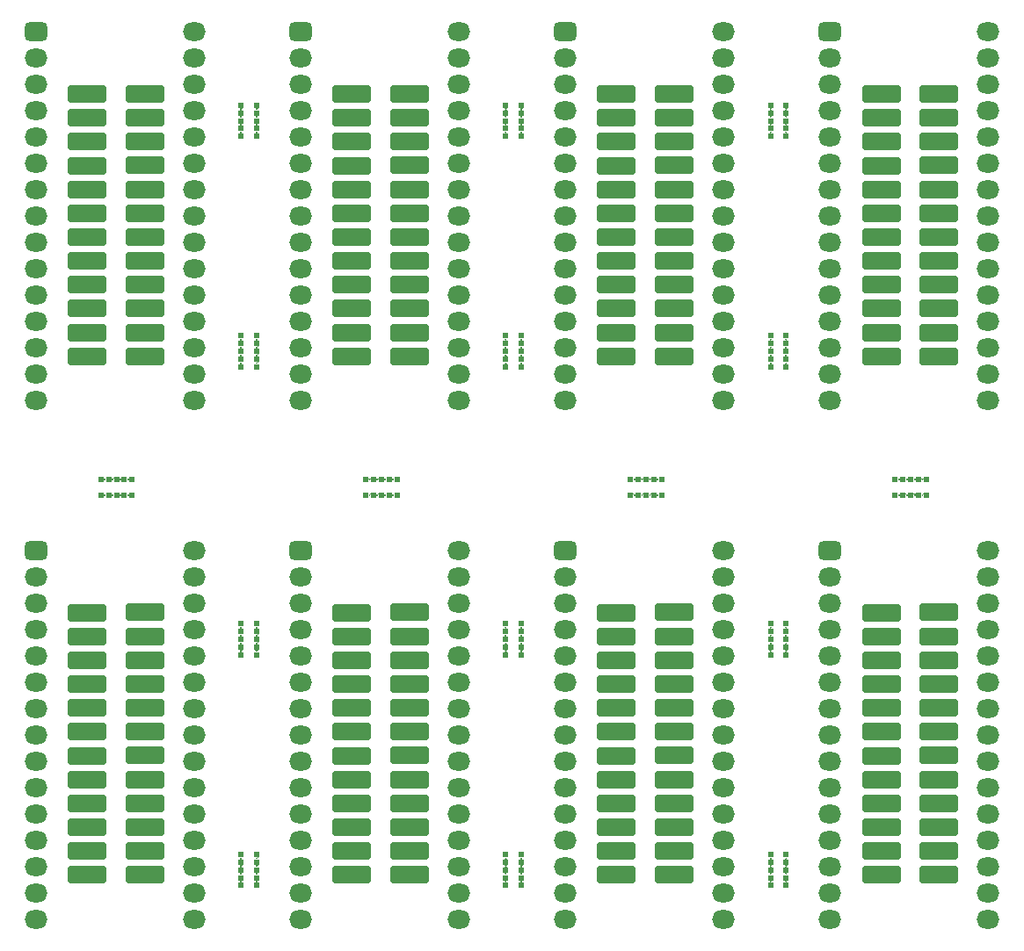
<source format=gts>
G04 #@! TF.GenerationSoftware,KiCad,Pcbnew,6.0.0-d3dd2cf0fa~116~ubuntu20.04.1*
G04 #@! TF.CreationDate,2022-01-17T17:50:43+01:00*
G04 #@! TF.ProjectId,8xArduino_GPIB_Cuttout,38784172-6475-4696-9e6f-5f475049425f,rev?*
G04 #@! TF.SameCoordinates,Original*
G04 #@! TF.FileFunction,Soldermask,Top*
G04 #@! TF.FilePolarity,Negative*
%FSLAX46Y46*%
G04 Gerber Fmt 4.6, Leading zero omitted, Abs format (unit mm)*
G04 Created by KiCad (PCBNEW 6.0.0-d3dd2cf0fa~116~ubuntu20.04.1) date 2022-01-17 17:50:43*
%MOMM*%
%LPD*%
G01*
G04 APERTURE LIST*
G04 Aperture macros list*
%AMRoundRect*
0 Rectangle with rounded corners*
0 $1 Rounding radius*
0 $2 $3 $4 $5 $6 $7 $8 $9 X,Y pos of 4 corners*
0 Add a 4 corners polygon primitive as box body*
4,1,4,$2,$3,$4,$5,$6,$7,$8,$9,$2,$3,0*
0 Add four circle primitives for the rounded corners*
1,1,$1+$1,$2,$3*
1,1,$1+$1,$4,$5*
1,1,$1+$1,$6,$7*
1,1,$1+$1,$8,$9*
0 Add four rect primitives between the rounded corners*
20,1,$1+$1,$2,$3,$4,$5,0*
20,1,$1+$1,$4,$5,$6,$7,0*
20,1,$1+$1,$6,$7,$8,$9,0*
20,1,$1+$1,$8,$9,$2,$3,0*%
G04 Aperture macros list end*
%ADD10C,0.602000*%
%ADD11RoundRect,0.251000X-1.600000X0.600000X-1.600000X-0.600000X1.600000X-0.600000X1.600000X0.600000X0*%
%ADD12RoundRect,0.476000X-0.625000X-0.425000X0.625000X-0.425000X0.625000X0.425000X-0.625000X0.425000X0*%
%ADD13O,2.202000X1.802000*%
G04 APERTURE END LIST*
D10*
X142670000Y-116845000D03*
X142670000Y-118345000D03*
X141170000Y-119845000D03*
X142670000Y-117595000D03*
X141170000Y-119095000D03*
X141170000Y-118345000D03*
X141170000Y-116845000D03*
X142670000Y-119845000D03*
X141170000Y-117595000D03*
X142670000Y-119095000D03*
D11*
X157415000Y-91050000D03*
X157415000Y-88750000D03*
X157415000Y-86450000D03*
X157415000Y-84150000D03*
X157415000Y-81850000D03*
X157415000Y-79550000D03*
X157415000Y-77250000D03*
X157415000Y-74950000D03*
X157415000Y-72650000D03*
X157415000Y-70350000D03*
X157415000Y-68050000D03*
X157415000Y-65750000D03*
X151835000Y-91050000D03*
X151835000Y-88750900D03*
X151835000Y-86451810D03*
X151835000Y-84152720D03*
X151835000Y-81853630D03*
X151835000Y-79554540D03*
X151835000Y-77255450D03*
X151835000Y-74956360D03*
X151835000Y-72657270D03*
X151835000Y-70358180D03*
X151835000Y-68059090D03*
X151835000Y-65760000D03*
D10*
X141170000Y-142080000D03*
X142670000Y-142080000D03*
X142670000Y-139830000D03*
X142670000Y-139080000D03*
X142670000Y-141330000D03*
X142670000Y-140580000D03*
X141170000Y-140580000D03*
X141170000Y-139830000D03*
X141170000Y-141330000D03*
X141170000Y-139080000D03*
D12*
X172400001Y-109745001D03*
D13*
X172400001Y-112285001D03*
X172400001Y-114825001D03*
X172400001Y-117365001D03*
X172400001Y-119905001D03*
X172400001Y-122445001D03*
X172400001Y-124985001D03*
X172400001Y-127525001D03*
X172400001Y-130065001D03*
X172400001Y-132605001D03*
X172400001Y-135145001D03*
X172400001Y-137685001D03*
X172400001Y-140225001D03*
X172400001Y-142765001D03*
X172400001Y-145305001D03*
X187640001Y-145305001D03*
X187640001Y-142765001D03*
X187640001Y-140225001D03*
X187640001Y-137685001D03*
X187640001Y-135145001D03*
X187640001Y-132605001D03*
X187640001Y-130065001D03*
X187640001Y-127525001D03*
X187640001Y-124985001D03*
X187640001Y-122445001D03*
X187640001Y-119905001D03*
X187640001Y-117365001D03*
X187640001Y-114825001D03*
X187640001Y-112285001D03*
X187640001Y-109745001D03*
D11*
X131915000Y-141050000D03*
X131915000Y-138750000D03*
X131915000Y-136450000D03*
X131915000Y-134150000D03*
X131915000Y-131850000D03*
X131915000Y-129550000D03*
X131915000Y-127250000D03*
X131915000Y-124950000D03*
X131915000Y-122650000D03*
X131915000Y-120350000D03*
X131915000Y-118050000D03*
X131915000Y-115750000D03*
X126335000Y-141050000D03*
X126335000Y-138750900D03*
X126335000Y-136451810D03*
X126335000Y-134152720D03*
X126335000Y-131853630D03*
X126335000Y-129554540D03*
X126335000Y-127255450D03*
X126335000Y-124956360D03*
X126335000Y-122657270D03*
X126335000Y-120358180D03*
X126335000Y-118059090D03*
X126335000Y-115760000D03*
D12*
X121400001Y-59745001D03*
D13*
X121400001Y-62285001D03*
X121400001Y-64825001D03*
X121400001Y-67365001D03*
X121400001Y-69905001D03*
X121400001Y-72445001D03*
X121400001Y-74985001D03*
X121400001Y-77525001D03*
X121400001Y-80065001D03*
X121400001Y-82605001D03*
X121400001Y-85145001D03*
X121400001Y-87685001D03*
X121400001Y-90225001D03*
X121400001Y-92765001D03*
X121400001Y-95305001D03*
X136640001Y-95305001D03*
X136640001Y-92765001D03*
X136640001Y-90225001D03*
X136640001Y-87685001D03*
X136640001Y-85145001D03*
X136640001Y-82605001D03*
X136640001Y-80065001D03*
X136640001Y-77525001D03*
X136640001Y-74985001D03*
X136640001Y-72445001D03*
X136640001Y-69905001D03*
X136640001Y-67365001D03*
X136640001Y-64825001D03*
X136640001Y-62285001D03*
X136640001Y-59745001D03*
D11*
X106392500Y-91050000D03*
X106392500Y-88750000D03*
X106392500Y-86450000D03*
X106392500Y-84150000D03*
X106392500Y-81850000D03*
X106392500Y-79550000D03*
X106392500Y-77250000D03*
X106392500Y-74950000D03*
X106392500Y-72650000D03*
X106392500Y-70350000D03*
X106392500Y-68050000D03*
X106392500Y-65750000D03*
X100812500Y-91050000D03*
X100812500Y-88750900D03*
X100812500Y-86451810D03*
X100812500Y-84152720D03*
X100812500Y-81853630D03*
X100812500Y-79554540D03*
X100812500Y-77255450D03*
X100812500Y-74956360D03*
X100812500Y-72657270D03*
X100812500Y-70358180D03*
X100812500Y-68059090D03*
X100812500Y-65760000D03*
D10*
X142670000Y-69095000D03*
X141170000Y-66845000D03*
X142670000Y-67595000D03*
X142670000Y-66845000D03*
X141170000Y-69095000D03*
X141170000Y-69845000D03*
X141170000Y-67595000D03*
X141170000Y-68345000D03*
X142670000Y-68345000D03*
X142670000Y-69845000D03*
X130680000Y-104410000D03*
X129930000Y-104410000D03*
X127680000Y-104410000D03*
X129930000Y-102910000D03*
X128430000Y-102910000D03*
X129180000Y-104410000D03*
X128430000Y-104410000D03*
X129180000Y-102910000D03*
X130680000Y-102910000D03*
X127680000Y-102910000D03*
X115670000Y-90580000D03*
X117170000Y-89080000D03*
X115670000Y-91330000D03*
X115670000Y-92080000D03*
X117170000Y-90580000D03*
X117170000Y-91330000D03*
X117170000Y-89830000D03*
X117170000Y-92080000D03*
X115670000Y-89830000D03*
X115670000Y-89080000D03*
X103680000Y-102910000D03*
X105180000Y-102910000D03*
X103680000Y-104410000D03*
X102180000Y-102910000D03*
X105180000Y-104410000D03*
X102930000Y-104410000D03*
X102930000Y-102910000D03*
X104430000Y-102910000D03*
X102180000Y-104410000D03*
X104430000Y-104410000D03*
X117170000Y-67595000D03*
X115670000Y-66845000D03*
X115670000Y-69095000D03*
X117170000Y-69845000D03*
X117170000Y-69095000D03*
X117170000Y-66845000D03*
X115670000Y-69845000D03*
X115670000Y-67595000D03*
X115670000Y-68345000D03*
X117170000Y-68345000D03*
D12*
X95900001Y-109745001D03*
D13*
X95900001Y-112285001D03*
X95900001Y-114825001D03*
X95900001Y-117365001D03*
X95900001Y-119905001D03*
X95900001Y-122445001D03*
X95900001Y-124985001D03*
X95900001Y-127525001D03*
X95900001Y-130065001D03*
X95900001Y-132605001D03*
X95900001Y-135145001D03*
X95900001Y-137685001D03*
X95900001Y-140225001D03*
X95900001Y-142765001D03*
X95900001Y-145305001D03*
X111140001Y-145305001D03*
X111140001Y-142765001D03*
X111140001Y-140225001D03*
X111140001Y-137685001D03*
X111140001Y-135145001D03*
X111140001Y-132605001D03*
X111140001Y-130065001D03*
X111140001Y-127525001D03*
X111140001Y-124985001D03*
X111140001Y-122445001D03*
X111140001Y-119905001D03*
X111140001Y-117365001D03*
X111140001Y-114825001D03*
X111140001Y-112285001D03*
X111140001Y-109745001D03*
D10*
X166670000Y-67595000D03*
X168170000Y-66845000D03*
X166670000Y-66845000D03*
X168170000Y-68345000D03*
X166670000Y-68345000D03*
X166670000Y-69845000D03*
X168170000Y-69095000D03*
X168170000Y-69845000D03*
X168170000Y-67595000D03*
X166670000Y-69095000D03*
X166670000Y-91330000D03*
X166670000Y-89080000D03*
X168170000Y-89080000D03*
X168170000Y-91330000D03*
X166670000Y-89830000D03*
X166670000Y-92080000D03*
X168170000Y-92080000D03*
X168170000Y-89830000D03*
X166670000Y-90580000D03*
X168170000Y-90580000D03*
D11*
X131915000Y-91050000D03*
X131915000Y-88750000D03*
X131915000Y-86450000D03*
X131915000Y-84150000D03*
X131915000Y-81850000D03*
X131915000Y-79550000D03*
X131915000Y-77250000D03*
X131915000Y-74950000D03*
X131915000Y-72650000D03*
X131915000Y-70350000D03*
X131915000Y-68050000D03*
X131915000Y-65750000D03*
X126335000Y-91050000D03*
X126335000Y-88750900D03*
X126335000Y-86451810D03*
X126335000Y-84152720D03*
X126335000Y-81853630D03*
X126335000Y-79554540D03*
X126335000Y-77255450D03*
X126335000Y-74956360D03*
X126335000Y-72657270D03*
X126335000Y-70358180D03*
X126335000Y-68059090D03*
X126335000Y-65760000D03*
D10*
X180180000Y-102910000D03*
X181680000Y-104410000D03*
X179430000Y-102910000D03*
X180930000Y-104410000D03*
X179430000Y-104410000D03*
X180930000Y-102910000D03*
X180180000Y-104410000D03*
X181680000Y-102910000D03*
X178680000Y-102910000D03*
X178680000Y-104410000D03*
D11*
X182915000Y-91050000D03*
X182915000Y-88750000D03*
X182915000Y-86450000D03*
X182915000Y-84150000D03*
X182915000Y-81850000D03*
X182915000Y-79550000D03*
X182915000Y-77250000D03*
X182915000Y-74950000D03*
X182915000Y-72650000D03*
X182915000Y-70350000D03*
X182915000Y-68050000D03*
X182915000Y-65750000D03*
X177335000Y-91050000D03*
X177335000Y-88750900D03*
X177335000Y-86451810D03*
X177335000Y-84152720D03*
X177335000Y-81853630D03*
X177335000Y-79554540D03*
X177335000Y-77255450D03*
X177335000Y-74956360D03*
X177335000Y-72657270D03*
X177335000Y-70358180D03*
X177335000Y-68059090D03*
X177335000Y-65760000D03*
D10*
X142670000Y-89830000D03*
X141170000Y-92080000D03*
X141170000Y-90580000D03*
X141170000Y-89830000D03*
X142670000Y-89080000D03*
X141170000Y-91330000D03*
X141170000Y-89080000D03*
X142670000Y-91330000D03*
X142670000Y-92080000D03*
X142670000Y-90580000D03*
X155430000Y-104410000D03*
X153180000Y-102910000D03*
X155430000Y-102910000D03*
X153930000Y-104410000D03*
X156180000Y-102910000D03*
X153180000Y-104410000D03*
X156180000Y-104410000D03*
X153930000Y-102910000D03*
X154680000Y-102910000D03*
X154680000Y-104410000D03*
D12*
X146900001Y-59745001D03*
D13*
X146900001Y-62285001D03*
X146900001Y-64825001D03*
X146900001Y-67365001D03*
X146900001Y-69905001D03*
X146900001Y-72445001D03*
X146900001Y-74985001D03*
X146900001Y-77525001D03*
X146900001Y-80065001D03*
X146900001Y-82605001D03*
X146900001Y-85145001D03*
X146900001Y-87685001D03*
X146900001Y-90225001D03*
X146900001Y-92765001D03*
X146900001Y-95305001D03*
X162140001Y-95305001D03*
X162140001Y-92765001D03*
X162140001Y-90225001D03*
X162140001Y-87685001D03*
X162140001Y-85145001D03*
X162140001Y-82605001D03*
X162140001Y-80065001D03*
X162140001Y-77525001D03*
X162140001Y-74985001D03*
X162140001Y-72445001D03*
X162140001Y-69905001D03*
X162140001Y-67365001D03*
X162140001Y-64825001D03*
X162140001Y-62285001D03*
X162140001Y-59745001D03*
D10*
X117170000Y-142080000D03*
X117170000Y-139080000D03*
X115670000Y-142080000D03*
X115670000Y-141330000D03*
X117170000Y-141330000D03*
X117170000Y-139830000D03*
X115670000Y-140580000D03*
X117170000Y-140580000D03*
X115670000Y-139080000D03*
X115670000Y-139830000D03*
X166670000Y-141330000D03*
X166670000Y-140580000D03*
X168170000Y-139830000D03*
X168170000Y-142080000D03*
X166670000Y-142080000D03*
X168170000Y-141330000D03*
X168170000Y-139080000D03*
X168170000Y-140580000D03*
X166670000Y-139080000D03*
X166670000Y-139830000D03*
D11*
X182915000Y-141050000D03*
X182915000Y-138750000D03*
X182915000Y-136450000D03*
X182915000Y-134150000D03*
X182915000Y-131850000D03*
X182915000Y-129550000D03*
X182915000Y-127250000D03*
X182915000Y-124950000D03*
X182915000Y-122650000D03*
X182915000Y-120350000D03*
X182915000Y-118050000D03*
X182915000Y-115750000D03*
X177335000Y-141050000D03*
X177335000Y-138750900D03*
X177335000Y-136451810D03*
X177335000Y-134152720D03*
X177335000Y-131853630D03*
X177335000Y-129554540D03*
X177335000Y-127255450D03*
X177335000Y-124956360D03*
X177335000Y-122657270D03*
X177335000Y-120358180D03*
X177335000Y-118059090D03*
X177335000Y-115760000D03*
D12*
X172400001Y-59745001D03*
D13*
X172400001Y-62285001D03*
X172400001Y-64825001D03*
X172400001Y-67365001D03*
X172400001Y-69905001D03*
X172400001Y-72445001D03*
X172400001Y-74985001D03*
X172400001Y-77525001D03*
X172400001Y-80065001D03*
X172400001Y-82605001D03*
X172400001Y-85145001D03*
X172400001Y-87685001D03*
X172400001Y-90225001D03*
X172400001Y-92765001D03*
X172400001Y-95305001D03*
X187640001Y-95305001D03*
X187640001Y-92765001D03*
X187640001Y-90225001D03*
X187640001Y-87685001D03*
X187640001Y-85145001D03*
X187640001Y-82605001D03*
X187640001Y-80065001D03*
X187640001Y-77525001D03*
X187640001Y-74985001D03*
X187640001Y-72445001D03*
X187640001Y-69905001D03*
X187640001Y-67365001D03*
X187640001Y-64825001D03*
X187640001Y-62285001D03*
X187640001Y-59745001D03*
D12*
X146900001Y-109745001D03*
D13*
X146900001Y-112285001D03*
X146900001Y-114825001D03*
X146900001Y-117365001D03*
X146900001Y-119905001D03*
X146900001Y-122445001D03*
X146900001Y-124985001D03*
X146900001Y-127525001D03*
X146900001Y-130065001D03*
X146900001Y-132605001D03*
X146900001Y-135145001D03*
X146900001Y-137685001D03*
X146900001Y-140225001D03*
X146900001Y-142765001D03*
X146900001Y-145305001D03*
X162140001Y-145305001D03*
X162140001Y-142765001D03*
X162140001Y-140225001D03*
X162140001Y-137685001D03*
X162140001Y-135145001D03*
X162140001Y-132605001D03*
X162140001Y-130065001D03*
X162140001Y-127525001D03*
X162140001Y-124985001D03*
X162140001Y-122445001D03*
X162140001Y-119905001D03*
X162140001Y-117365001D03*
X162140001Y-114825001D03*
X162140001Y-112285001D03*
X162140001Y-109745001D03*
D11*
X106415000Y-141050000D03*
X106415000Y-138750000D03*
X106415000Y-136450000D03*
X106415000Y-134150000D03*
X106415000Y-131850000D03*
X106415000Y-129550000D03*
X106415000Y-127250000D03*
X106415000Y-124950000D03*
X106415000Y-122650000D03*
X106415000Y-120350000D03*
X106415000Y-118050000D03*
X106415000Y-115750000D03*
X100835000Y-141050000D03*
X100835000Y-138750900D03*
X100835000Y-136451810D03*
X100835000Y-134152720D03*
X100835000Y-131853630D03*
X100835000Y-129554540D03*
X100835000Y-127255450D03*
X100835000Y-124956360D03*
X100835000Y-122657270D03*
X100835000Y-120358180D03*
X100835000Y-118059090D03*
X100835000Y-115760000D03*
D10*
X166670000Y-117595000D03*
X166670000Y-119845000D03*
X166670000Y-119095000D03*
X168170000Y-118345000D03*
X168170000Y-116845000D03*
X168170000Y-117595000D03*
X166670000Y-118345000D03*
X166670000Y-116845000D03*
X168170000Y-119845000D03*
X168170000Y-119095000D03*
X117170000Y-119095000D03*
X117170000Y-119845000D03*
X117170000Y-116845000D03*
X117170000Y-118345000D03*
X115670000Y-117595000D03*
X115670000Y-116845000D03*
X117170000Y-117595000D03*
X115670000Y-118345000D03*
X115670000Y-119095000D03*
X115670000Y-119845000D03*
D12*
X121400001Y-109745001D03*
D13*
X121400001Y-112285001D03*
X121400001Y-114825001D03*
X121400001Y-117365001D03*
X121400001Y-119905001D03*
X121400001Y-122445001D03*
X121400001Y-124985001D03*
X121400001Y-127525001D03*
X121400001Y-130065001D03*
X121400001Y-132605001D03*
X121400001Y-135145001D03*
X121400001Y-137685001D03*
X121400001Y-140225001D03*
X121400001Y-142765001D03*
X121400001Y-145305001D03*
X136640001Y-145305001D03*
X136640001Y-142765001D03*
X136640001Y-140225001D03*
X136640001Y-137685001D03*
X136640001Y-135145001D03*
X136640001Y-132605001D03*
X136640001Y-130065001D03*
X136640001Y-127525001D03*
X136640001Y-124985001D03*
X136640001Y-122445001D03*
X136640001Y-119905001D03*
X136640001Y-117365001D03*
X136640001Y-114825001D03*
X136640001Y-112285001D03*
X136640001Y-109745001D03*
D12*
X95900001Y-59745001D03*
D13*
X95900001Y-62285001D03*
X95900001Y-64825001D03*
X95900001Y-67365001D03*
X95900001Y-69905001D03*
X95900001Y-72445001D03*
X95900001Y-74985001D03*
X95900001Y-77525001D03*
X95900001Y-80065001D03*
X95900001Y-82605001D03*
X95900001Y-85145001D03*
X95900001Y-87685001D03*
X95900001Y-90225001D03*
X95900001Y-92765001D03*
X95900001Y-95305001D03*
X111140001Y-95305001D03*
X111140001Y-92765001D03*
X111140001Y-90225001D03*
X111140001Y-87685001D03*
X111140001Y-85145001D03*
X111140001Y-82605001D03*
X111140001Y-80065001D03*
X111140001Y-77525001D03*
X111140001Y-74985001D03*
X111140001Y-72445001D03*
X111140001Y-69905001D03*
X111140001Y-67365001D03*
X111140001Y-64825001D03*
X111140001Y-62285001D03*
X111140001Y-59745001D03*
D11*
X157415000Y-141050000D03*
X157415000Y-138750000D03*
X157415000Y-136450000D03*
X157415000Y-134150000D03*
X157415000Y-131850000D03*
X157415000Y-129550000D03*
X157415000Y-127250000D03*
X157415000Y-124950000D03*
X157415000Y-122650000D03*
X157415000Y-120350000D03*
X157415000Y-118050000D03*
X157415000Y-115750000D03*
X151835000Y-141050000D03*
X151835000Y-138750900D03*
X151835000Y-136451810D03*
X151835000Y-134152720D03*
X151835000Y-131853630D03*
X151835000Y-129554540D03*
X151835000Y-127255450D03*
X151835000Y-124956360D03*
X151835000Y-122657270D03*
X151835000Y-120358180D03*
X151835000Y-118059090D03*
X151835000Y-115760000D03*
G36*
X166800127Y-141597025D02*
G01*
X166800811Y-141598904D01*
X166800214Y-141600011D01*
X166754657Y-141643037D01*
X166738009Y-141710263D01*
X166760364Y-141775863D01*
X166799341Y-141809636D01*
X166799995Y-141811526D01*
X166798685Y-141813038D01*
X166797347Y-141813027D01*
X166721916Y-141785573D01*
X166618084Y-141785573D01*
X166541843Y-141813322D01*
X166539873Y-141812975D01*
X166539189Y-141811096D01*
X166539786Y-141809989D01*
X166585343Y-141766963D01*
X166601991Y-141699737D01*
X166579636Y-141634137D01*
X166540659Y-141600364D01*
X166540005Y-141598474D01*
X166541315Y-141596962D01*
X166542653Y-141596973D01*
X166618084Y-141624427D01*
X166721916Y-141624427D01*
X166798157Y-141596678D01*
X166800127Y-141597025D01*
G37*
G36*
X142800127Y-141597025D02*
G01*
X142800811Y-141598904D01*
X142800214Y-141600011D01*
X142754657Y-141643037D01*
X142738009Y-141710263D01*
X142760364Y-141775863D01*
X142799341Y-141809636D01*
X142799995Y-141811526D01*
X142798685Y-141813038D01*
X142797347Y-141813027D01*
X142721916Y-141785573D01*
X142618084Y-141785573D01*
X142541843Y-141813322D01*
X142539873Y-141812975D01*
X142539189Y-141811096D01*
X142539786Y-141809989D01*
X142585343Y-141766963D01*
X142601991Y-141699737D01*
X142579636Y-141634137D01*
X142540659Y-141600364D01*
X142540005Y-141598474D01*
X142541315Y-141596962D01*
X142542653Y-141596973D01*
X142618084Y-141624427D01*
X142721916Y-141624427D01*
X142798157Y-141596678D01*
X142800127Y-141597025D01*
G37*
G36*
X117300127Y-141597025D02*
G01*
X117300811Y-141598904D01*
X117300214Y-141600011D01*
X117254657Y-141643037D01*
X117238009Y-141710263D01*
X117260364Y-141775863D01*
X117299341Y-141809636D01*
X117299995Y-141811526D01*
X117298685Y-141813038D01*
X117297347Y-141813027D01*
X117221916Y-141785573D01*
X117118084Y-141785573D01*
X117041843Y-141813322D01*
X117039873Y-141812975D01*
X117039189Y-141811096D01*
X117039786Y-141809989D01*
X117085343Y-141766963D01*
X117101991Y-141699737D01*
X117079636Y-141634137D01*
X117040659Y-141600364D01*
X117040005Y-141598474D01*
X117041315Y-141596962D01*
X117042653Y-141596973D01*
X117118084Y-141624427D01*
X117221916Y-141624427D01*
X117298157Y-141596678D01*
X117300127Y-141597025D01*
G37*
G36*
X115800127Y-141597025D02*
G01*
X115800811Y-141598904D01*
X115800214Y-141600011D01*
X115754657Y-141643037D01*
X115738009Y-141710263D01*
X115760364Y-141775863D01*
X115799341Y-141809636D01*
X115799995Y-141811526D01*
X115798685Y-141813038D01*
X115797347Y-141813027D01*
X115721916Y-141785573D01*
X115618084Y-141785573D01*
X115541843Y-141813322D01*
X115539873Y-141812975D01*
X115539189Y-141811096D01*
X115539786Y-141809989D01*
X115585343Y-141766963D01*
X115601991Y-141699737D01*
X115579636Y-141634137D01*
X115540659Y-141600364D01*
X115540005Y-141598474D01*
X115541315Y-141596962D01*
X115542653Y-141596973D01*
X115618084Y-141624427D01*
X115721916Y-141624427D01*
X115798157Y-141596678D01*
X115800127Y-141597025D01*
G37*
G36*
X168300127Y-141597025D02*
G01*
X168300811Y-141598904D01*
X168300214Y-141600011D01*
X168254657Y-141643037D01*
X168238009Y-141710263D01*
X168260364Y-141775863D01*
X168299341Y-141809636D01*
X168299995Y-141811526D01*
X168298685Y-141813038D01*
X168297347Y-141813027D01*
X168221916Y-141785573D01*
X168118084Y-141785573D01*
X168041843Y-141813322D01*
X168039873Y-141812975D01*
X168039189Y-141811096D01*
X168039786Y-141809989D01*
X168085343Y-141766963D01*
X168101991Y-141699737D01*
X168079636Y-141634137D01*
X168040659Y-141600364D01*
X168040005Y-141598474D01*
X168041315Y-141596962D01*
X168042653Y-141596973D01*
X168118084Y-141624427D01*
X168221916Y-141624427D01*
X168298157Y-141596678D01*
X168300127Y-141597025D01*
G37*
G36*
X141300127Y-141597025D02*
G01*
X141300811Y-141598904D01*
X141300214Y-141600011D01*
X141254657Y-141643037D01*
X141238009Y-141710263D01*
X141260364Y-141775863D01*
X141299341Y-141809636D01*
X141299995Y-141811526D01*
X141298685Y-141813038D01*
X141297347Y-141813027D01*
X141221916Y-141785573D01*
X141118084Y-141785573D01*
X141041843Y-141813322D01*
X141039873Y-141812975D01*
X141039189Y-141811096D01*
X141039786Y-141809989D01*
X141085343Y-141766963D01*
X141101991Y-141699737D01*
X141079636Y-141634137D01*
X141040659Y-141600364D01*
X141040005Y-141598474D01*
X141041315Y-141596962D01*
X141042653Y-141596973D01*
X141118084Y-141624427D01*
X141221916Y-141624427D01*
X141298157Y-141596678D01*
X141300127Y-141597025D01*
G37*
G36*
X168300127Y-140847025D02*
G01*
X168300811Y-140848904D01*
X168300214Y-140850011D01*
X168254657Y-140893037D01*
X168238009Y-140960263D01*
X168260364Y-141025863D01*
X168299341Y-141059636D01*
X168299995Y-141061526D01*
X168298685Y-141063038D01*
X168297347Y-141063027D01*
X168221916Y-141035573D01*
X168118084Y-141035573D01*
X168041843Y-141063322D01*
X168039873Y-141062975D01*
X168039189Y-141061096D01*
X168039786Y-141059989D01*
X168085343Y-141016963D01*
X168101991Y-140949737D01*
X168079636Y-140884137D01*
X168040659Y-140850364D01*
X168040005Y-140848474D01*
X168041315Y-140846962D01*
X168042653Y-140846973D01*
X168118084Y-140874427D01*
X168221916Y-140874427D01*
X168298157Y-140846678D01*
X168300127Y-140847025D01*
G37*
G36*
X141300127Y-140847025D02*
G01*
X141300811Y-140848904D01*
X141300214Y-140850011D01*
X141254657Y-140893037D01*
X141238009Y-140960263D01*
X141260364Y-141025863D01*
X141299341Y-141059636D01*
X141299995Y-141061526D01*
X141298685Y-141063038D01*
X141297347Y-141063027D01*
X141221916Y-141035573D01*
X141118084Y-141035573D01*
X141041843Y-141063322D01*
X141039873Y-141062975D01*
X141039189Y-141061096D01*
X141039786Y-141059989D01*
X141085343Y-141016963D01*
X141101991Y-140949737D01*
X141079636Y-140884137D01*
X141040659Y-140850364D01*
X141040005Y-140848474D01*
X141041315Y-140846962D01*
X141042653Y-140846973D01*
X141118084Y-140874427D01*
X141221916Y-140874427D01*
X141298157Y-140846678D01*
X141300127Y-140847025D01*
G37*
G36*
X142800127Y-140847025D02*
G01*
X142800811Y-140848904D01*
X142800214Y-140850011D01*
X142754657Y-140893037D01*
X142738009Y-140960263D01*
X142760364Y-141025863D01*
X142799341Y-141059636D01*
X142799995Y-141061526D01*
X142798685Y-141063038D01*
X142797347Y-141063027D01*
X142721916Y-141035573D01*
X142618084Y-141035573D01*
X142541843Y-141063322D01*
X142539873Y-141062975D01*
X142539189Y-141061096D01*
X142539786Y-141059989D01*
X142585343Y-141016963D01*
X142601991Y-140949737D01*
X142579636Y-140884137D01*
X142540659Y-140850364D01*
X142540005Y-140848474D01*
X142541315Y-140846962D01*
X142542653Y-140846973D01*
X142618084Y-140874427D01*
X142721916Y-140874427D01*
X142798157Y-140846678D01*
X142800127Y-140847025D01*
G37*
G36*
X115800127Y-140847025D02*
G01*
X115800811Y-140848904D01*
X115800214Y-140850011D01*
X115754657Y-140893037D01*
X115738009Y-140960263D01*
X115760364Y-141025863D01*
X115799341Y-141059636D01*
X115799995Y-141061526D01*
X115798685Y-141063038D01*
X115797347Y-141063027D01*
X115721916Y-141035573D01*
X115618084Y-141035573D01*
X115541843Y-141063322D01*
X115539873Y-141062975D01*
X115539189Y-141061096D01*
X115539786Y-141059989D01*
X115585343Y-141016963D01*
X115601991Y-140949737D01*
X115579636Y-140884137D01*
X115540659Y-140850364D01*
X115540005Y-140848474D01*
X115541315Y-140846962D01*
X115542653Y-140846973D01*
X115618084Y-140874427D01*
X115721916Y-140874427D01*
X115798157Y-140846678D01*
X115800127Y-140847025D01*
G37*
G36*
X117300127Y-140847025D02*
G01*
X117300811Y-140848904D01*
X117300214Y-140850011D01*
X117254657Y-140893037D01*
X117238009Y-140960263D01*
X117260364Y-141025863D01*
X117299341Y-141059636D01*
X117299995Y-141061526D01*
X117298685Y-141063038D01*
X117297347Y-141063027D01*
X117221916Y-141035573D01*
X117118084Y-141035573D01*
X117041843Y-141063322D01*
X117039873Y-141062975D01*
X117039189Y-141061096D01*
X117039786Y-141059989D01*
X117085343Y-141016963D01*
X117101991Y-140949737D01*
X117079636Y-140884137D01*
X117040659Y-140850364D01*
X117040005Y-140848474D01*
X117041315Y-140846962D01*
X117042653Y-140846973D01*
X117118084Y-140874427D01*
X117221916Y-140874427D01*
X117298157Y-140846678D01*
X117300127Y-140847025D01*
G37*
G36*
X166800127Y-140847025D02*
G01*
X166800811Y-140848904D01*
X166800214Y-140850011D01*
X166754657Y-140893037D01*
X166738009Y-140960263D01*
X166760364Y-141025863D01*
X166799341Y-141059636D01*
X166799995Y-141061526D01*
X166798685Y-141063038D01*
X166797347Y-141063027D01*
X166721916Y-141035573D01*
X166618084Y-141035573D01*
X166541843Y-141063322D01*
X166539873Y-141062975D01*
X166539189Y-141061096D01*
X166539786Y-141059989D01*
X166585343Y-141016963D01*
X166601991Y-140949737D01*
X166579636Y-140884137D01*
X166540659Y-140850364D01*
X166540005Y-140848474D01*
X166541315Y-140846962D01*
X166542653Y-140846973D01*
X166618084Y-140874427D01*
X166721916Y-140874427D01*
X166798157Y-140846678D01*
X166800127Y-140847025D01*
G37*
G36*
X168300127Y-140097025D02*
G01*
X168300811Y-140098904D01*
X168300214Y-140100011D01*
X168254657Y-140143037D01*
X168238009Y-140210263D01*
X168260364Y-140275863D01*
X168299341Y-140309636D01*
X168299995Y-140311526D01*
X168298685Y-140313038D01*
X168297347Y-140313027D01*
X168221916Y-140285573D01*
X168118084Y-140285573D01*
X168041843Y-140313322D01*
X168039873Y-140312975D01*
X168039189Y-140311096D01*
X168039786Y-140309989D01*
X168085343Y-140266963D01*
X168101991Y-140199737D01*
X168079636Y-140134137D01*
X168040659Y-140100364D01*
X168040005Y-140098474D01*
X168041315Y-140096962D01*
X168042653Y-140096973D01*
X168118084Y-140124427D01*
X168221916Y-140124427D01*
X168298157Y-140096678D01*
X168300127Y-140097025D01*
G37*
G36*
X115800127Y-140097025D02*
G01*
X115800811Y-140098904D01*
X115800214Y-140100011D01*
X115754657Y-140143037D01*
X115738009Y-140210263D01*
X115760364Y-140275863D01*
X115799341Y-140309636D01*
X115799995Y-140311526D01*
X115798685Y-140313038D01*
X115797347Y-140313027D01*
X115721916Y-140285573D01*
X115618084Y-140285573D01*
X115541843Y-140313322D01*
X115539873Y-140312975D01*
X115539189Y-140311096D01*
X115539786Y-140309989D01*
X115585343Y-140266963D01*
X115601991Y-140199737D01*
X115579636Y-140134137D01*
X115540659Y-140100364D01*
X115540005Y-140098474D01*
X115541315Y-140096962D01*
X115542653Y-140096973D01*
X115618084Y-140124427D01*
X115721916Y-140124427D01*
X115798157Y-140096678D01*
X115800127Y-140097025D01*
G37*
G36*
X166800127Y-140097025D02*
G01*
X166800811Y-140098904D01*
X166800214Y-140100011D01*
X166754657Y-140143037D01*
X166738009Y-140210263D01*
X166760364Y-140275863D01*
X166799341Y-140309636D01*
X166799995Y-140311526D01*
X166798685Y-140313038D01*
X166797347Y-140313027D01*
X166721916Y-140285573D01*
X166618084Y-140285573D01*
X166541843Y-140313322D01*
X166539873Y-140312975D01*
X166539189Y-140311096D01*
X166539786Y-140309989D01*
X166585343Y-140266963D01*
X166601991Y-140199737D01*
X166579636Y-140134137D01*
X166540659Y-140100364D01*
X166540005Y-140098474D01*
X166541315Y-140096962D01*
X166542653Y-140096973D01*
X166618084Y-140124427D01*
X166721916Y-140124427D01*
X166798157Y-140096678D01*
X166800127Y-140097025D01*
G37*
G36*
X142800127Y-140097025D02*
G01*
X142800811Y-140098904D01*
X142800214Y-140100011D01*
X142754657Y-140143037D01*
X142738009Y-140210263D01*
X142760364Y-140275863D01*
X142799341Y-140309636D01*
X142799995Y-140311526D01*
X142798685Y-140313038D01*
X142797347Y-140313027D01*
X142721916Y-140285573D01*
X142618084Y-140285573D01*
X142541843Y-140313322D01*
X142539873Y-140312975D01*
X142539189Y-140311096D01*
X142539786Y-140309989D01*
X142585343Y-140266963D01*
X142601991Y-140199737D01*
X142579636Y-140134137D01*
X142540659Y-140100364D01*
X142540005Y-140098474D01*
X142541315Y-140096962D01*
X142542653Y-140096973D01*
X142618084Y-140124427D01*
X142721916Y-140124427D01*
X142798157Y-140096678D01*
X142800127Y-140097025D01*
G37*
G36*
X117300127Y-140097025D02*
G01*
X117300811Y-140098904D01*
X117300214Y-140100011D01*
X117254657Y-140143037D01*
X117238009Y-140210263D01*
X117260364Y-140275863D01*
X117299341Y-140309636D01*
X117299995Y-140311526D01*
X117298685Y-140313038D01*
X117297347Y-140313027D01*
X117221916Y-140285573D01*
X117118084Y-140285573D01*
X117041843Y-140313322D01*
X117039873Y-140312975D01*
X117039189Y-140311096D01*
X117039786Y-140309989D01*
X117085343Y-140266963D01*
X117101991Y-140199737D01*
X117079636Y-140134137D01*
X117040659Y-140100364D01*
X117040005Y-140098474D01*
X117041315Y-140096962D01*
X117042653Y-140096973D01*
X117118084Y-140124427D01*
X117221916Y-140124427D01*
X117298157Y-140096678D01*
X117300127Y-140097025D01*
G37*
G36*
X141300127Y-140097025D02*
G01*
X141300811Y-140098904D01*
X141300214Y-140100011D01*
X141254657Y-140143037D01*
X141238009Y-140210263D01*
X141260364Y-140275863D01*
X141299341Y-140309636D01*
X141299995Y-140311526D01*
X141298685Y-140313038D01*
X141297347Y-140313027D01*
X141221916Y-140285573D01*
X141118084Y-140285573D01*
X141041843Y-140313322D01*
X141039873Y-140312975D01*
X141039189Y-140311096D01*
X141039786Y-140309989D01*
X141085343Y-140266963D01*
X141101991Y-140199737D01*
X141079636Y-140134137D01*
X141040659Y-140100364D01*
X141040005Y-140098474D01*
X141041315Y-140096962D01*
X141042653Y-140096973D01*
X141118084Y-140124427D01*
X141221916Y-140124427D01*
X141298157Y-140096678D01*
X141300127Y-140097025D01*
G37*
G36*
X115800127Y-139347025D02*
G01*
X115800811Y-139348904D01*
X115800214Y-139350011D01*
X115754657Y-139393037D01*
X115738009Y-139460263D01*
X115760364Y-139525863D01*
X115799341Y-139559636D01*
X115799995Y-139561526D01*
X115798685Y-139563038D01*
X115797347Y-139563027D01*
X115721916Y-139535573D01*
X115618084Y-139535573D01*
X115541843Y-139563322D01*
X115539873Y-139562975D01*
X115539189Y-139561096D01*
X115539786Y-139559989D01*
X115585343Y-139516963D01*
X115601991Y-139449737D01*
X115579636Y-139384137D01*
X115540659Y-139350364D01*
X115540005Y-139348474D01*
X115541315Y-139346962D01*
X115542653Y-139346973D01*
X115618084Y-139374427D01*
X115721916Y-139374427D01*
X115798157Y-139346678D01*
X115800127Y-139347025D01*
G37*
G36*
X168300127Y-139347025D02*
G01*
X168300811Y-139348904D01*
X168300214Y-139350011D01*
X168254657Y-139393037D01*
X168238009Y-139460263D01*
X168260364Y-139525863D01*
X168299341Y-139559636D01*
X168299995Y-139561526D01*
X168298685Y-139563038D01*
X168297347Y-139563027D01*
X168221916Y-139535573D01*
X168118084Y-139535573D01*
X168041843Y-139563322D01*
X168039873Y-139562975D01*
X168039189Y-139561096D01*
X168039786Y-139559989D01*
X168085343Y-139516963D01*
X168101991Y-139449737D01*
X168079636Y-139384137D01*
X168040659Y-139350364D01*
X168040005Y-139348474D01*
X168041315Y-139346962D01*
X168042653Y-139346973D01*
X168118084Y-139374427D01*
X168221916Y-139374427D01*
X168298157Y-139346678D01*
X168300127Y-139347025D01*
G37*
G36*
X141300127Y-139347025D02*
G01*
X141300811Y-139348904D01*
X141300214Y-139350011D01*
X141254657Y-139393037D01*
X141238009Y-139460263D01*
X141260364Y-139525863D01*
X141299341Y-139559636D01*
X141299995Y-139561526D01*
X141298685Y-139563038D01*
X141297347Y-139563027D01*
X141221916Y-139535573D01*
X141118084Y-139535573D01*
X141041843Y-139563322D01*
X141039873Y-139562975D01*
X141039189Y-139561096D01*
X141039786Y-139559989D01*
X141085343Y-139516963D01*
X141101991Y-139449737D01*
X141079636Y-139384137D01*
X141040659Y-139350364D01*
X141040005Y-139348474D01*
X141041315Y-139346962D01*
X141042653Y-139346973D01*
X141118084Y-139374427D01*
X141221916Y-139374427D01*
X141298157Y-139346678D01*
X141300127Y-139347025D01*
G37*
G36*
X142800127Y-139347025D02*
G01*
X142800811Y-139348904D01*
X142800214Y-139350011D01*
X142754657Y-139393037D01*
X142738009Y-139460263D01*
X142760364Y-139525863D01*
X142799341Y-139559636D01*
X142799995Y-139561526D01*
X142798685Y-139563038D01*
X142797347Y-139563027D01*
X142721916Y-139535573D01*
X142618084Y-139535573D01*
X142541843Y-139563322D01*
X142539873Y-139562975D01*
X142539189Y-139561096D01*
X142539786Y-139559989D01*
X142585343Y-139516963D01*
X142601991Y-139449737D01*
X142579636Y-139384137D01*
X142540659Y-139350364D01*
X142540005Y-139348474D01*
X142541315Y-139346962D01*
X142542653Y-139346973D01*
X142618084Y-139374427D01*
X142721916Y-139374427D01*
X142798157Y-139346678D01*
X142800127Y-139347025D01*
G37*
G36*
X117300127Y-139347025D02*
G01*
X117300811Y-139348904D01*
X117300214Y-139350011D01*
X117254657Y-139393037D01*
X117238009Y-139460263D01*
X117260364Y-139525863D01*
X117299341Y-139559636D01*
X117299995Y-139561526D01*
X117298685Y-139563038D01*
X117297347Y-139563027D01*
X117221916Y-139535573D01*
X117118084Y-139535573D01*
X117041843Y-139563322D01*
X117039873Y-139562975D01*
X117039189Y-139561096D01*
X117039786Y-139559989D01*
X117085343Y-139516963D01*
X117101991Y-139449737D01*
X117079636Y-139384137D01*
X117040659Y-139350364D01*
X117040005Y-139348474D01*
X117041315Y-139346962D01*
X117042653Y-139346973D01*
X117118084Y-139374427D01*
X117221916Y-139374427D01*
X117298157Y-139346678D01*
X117300127Y-139347025D01*
G37*
G36*
X166800127Y-139347025D02*
G01*
X166800811Y-139348904D01*
X166800214Y-139350011D01*
X166754657Y-139393037D01*
X166738009Y-139460263D01*
X166760364Y-139525863D01*
X166799341Y-139559636D01*
X166799995Y-139561526D01*
X166798685Y-139563038D01*
X166797347Y-139563027D01*
X166721916Y-139535573D01*
X166618084Y-139535573D01*
X166541843Y-139563322D01*
X166539873Y-139562975D01*
X166539189Y-139561096D01*
X166539786Y-139559989D01*
X166585343Y-139516963D01*
X166601991Y-139449737D01*
X166579636Y-139384137D01*
X166540659Y-139350364D01*
X166540005Y-139348474D01*
X166541315Y-139346962D01*
X166542653Y-139346973D01*
X166618084Y-139374427D01*
X166721916Y-139374427D01*
X166798157Y-139346678D01*
X166800127Y-139347025D01*
G37*
G36*
X168300127Y-119362025D02*
G01*
X168300811Y-119363904D01*
X168300214Y-119365011D01*
X168254657Y-119408037D01*
X168238009Y-119475263D01*
X168260364Y-119540863D01*
X168299341Y-119574636D01*
X168299995Y-119576526D01*
X168298685Y-119578038D01*
X168297347Y-119578027D01*
X168221916Y-119550573D01*
X168118084Y-119550573D01*
X168041843Y-119578322D01*
X168039873Y-119577975D01*
X168039189Y-119576096D01*
X168039786Y-119574989D01*
X168085343Y-119531963D01*
X168101991Y-119464737D01*
X168079636Y-119399137D01*
X168040659Y-119365364D01*
X168040005Y-119363474D01*
X168041315Y-119361962D01*
X168042653Y-119361973D01*
X168118084Y-119389427D01*
X168221916Y-119389427D01*
X168298157Y-119361678D01*
X168300127Y-119362025D01*
G37*
G36*
X141300127Y-119362025D02*
G01*
X141300811Y-119363904D01*
X141300214Y-119365011D01*
X141254657Y-119408037D01*
X141238009Y-119475263D01*
X141260364Y-119540863D01*
X141299341Y-119574636D01*
X141299995Y-119576526D01*
X141298685Y-119578038D01*
X141297347Y-119578027D01*
X141221916Y-119550573D01*
X141118084Y-119550573D01*
X141041843Y-119578322D01*
X141039873Y-119577975D01*
X141039189Y-119576096D01*
X141039786Y-119574989D01*
X141085343Y-119531963D01*
X141101991Y-119464737D01*
X141079636Y-119399137D01*
X141040659Y-119365364D01*
X141040005Y-119363474D01*
X141041315Y-119361962D01*
X141042653Y-119361973D01*
X141118084Y-119389427D01*
X141221916Y-119389427D01*
X141298157Y-119361678D01*
X141300127Y-119362025D01*
G37*
G36*
X166800127Y-119362025D02*
G01*
X166800811Y-119363904D01*
X166800214Y-119365011D01*
X166754657Y-119408037D01*
X166738009Y-119475263D01*
X166760364Y-119540863D01*
X166799341Y-119574636D01*
X166799995Y-119576526D01*
X166798685Y-119578038D01*
X166797347Y-119578027D01*
X166721916Y-119550573D01*
X166618084Y-119550573D01*
X166541843Y-119578322D01*
X166539873Y-119577975D01*
X166539189Y-119576096D01*
X166539786Y-119574989D01*
X166585343Y-119531963D01*
X166601991Y-119464737D01*
X166579636Y-119399137D01*
X166540659Y-119365364D01*
X166540005Y-119363474D01*
X166541315Y-119361962D01*
X166542653Y-119361973D01*
X166618084Y-119389427D01*
X166721916Y-119389427D01*
X166798157Y-119361678D01*
X166800127Y-119362025D01*
G37*
G36*
X142800127Y-119362025D02*
G01*
X142800811Y-119363904D01*
X142800214Y-119365011D01*
X142754657Y-119408037D01*
X142738009Y-119475263D01*
X142760364Y-119540863D01*
X142799341Y-119574636D01*
X142799995Y-119576526D01*
X142798685Y-119578038D01*
X142797347Y-119578027D01*
X142721916Y-119550573D01*
X142618084Y-119550573D01*
X142541843Y-119578322D01*
X142539873Y-119577975D01*
X142539189Y-119576096D01*
X142539786Y-119574989D01*
X142585343Y-119531963D01*
X142601991Y-119464737D01*
X142579636Y-119399137D01*
X142540659Y-119365364D01*
X142540005Y-119363474D01*
X142541315Y-119361962D01*
X142542653Y-119361973D01*
X142618084Y-119389427D01*
X142721916Y-119389427D01*
X142798157Y-119361678D01*
X142800127Y-119362025D01*
G37*
G36*
X115800127Y-119362025D02*
G01*
X115800811Y-119363904D01*
X115800214Y-119365011D01*
X115754657Y-119408037D01*
X115738009Y-119475263D01*
X115760364Y-119540863D01*
X115799341Y-119574636D01*
X115799995Y-119576526D01*
X115798685Y-119578038D01*
X115797347Y-119578027D01*
X115721916Y-119550573D01*
X115618084Y-119550573D01*
X115541843Y-119578322D01*
X115539873Y-119577975D01*
X115539189Y-119576096D01*
X115539786Y-119574989D01*
X115585343Y-119531963D01*
X115601991Y-119464737D01*
X115579636Y-119399137D01*
X115540659Y-119365364D01*
X115540005Y-119363474D01*
X115541315Y-119361962D01*
X115542653Y-119361973D01*
X115618084Y-119389427D01*
X115721916Y-119389427D01*
X115798157Y-119361678D01*
X115800127Y-119362025D01*
G37*
G36*
X117300127Y-119362025D02*
G01*
X117300811Y-119363904D01*
X117300214Y-119365011D01*
X117254657Y-119408037D01*
X117238009Y-119475263D01*
X117260364Y-119540863D01*
X117299341Y-119574636D01*
X117299995Y-119576526D01*
X117298685Y-119578038D01*
X117297347Y-119578027D01*
X117221916Y-119550573D01*
X117118084Y-119550573D01*
X117041843Y-119578322D01*
X117039873Y-119577975D01*
X117039189Y-119576096D01*
X117039786Y-119574989D01*
X117085343Y-119531963D01*
X117101991Y-119464737D01*
X117079636Y-119399137D01*
X117040659Y-119365364D01*
X117040005Y-119363474D01*
X117041315Y-119361962D01*
X117042653Y-119361973D01*
X117118084Y-119389427D01*
X117221916Y-119389427D01*
X117298157Y-119361678D01*
X117300127Y-119362025D01*
G37*
G36*
X166800127Y-118612025D02*
G01*
X166800811Y-118613904D01*
X166800214Y-118615011D01*
X166754657Y-118658037D01*
X166738009Y-118725263D01*
X166760364Y-118790863D01*
X166799341Y-118824636D01*
X166799995Y-118826526D01*
X166798685Y-118828038D01*
X166797347Y-118828027D01*
X166721916Y-118800573D01*
X166618084Y-118800573D01*
X166541843Y-118828322D01*
X166539873Y-118827975D01*
X166539189Y-118826096D01*
X166539786Y-118824989D01*
X166585343Y-118781963D01*
X166601991Y-118714737D01*
X166579636Y-118649137D01*
X166540659Y-118615364D01*
X166540005Y-118613474D01*
X166541315Y-118611962D01*
X166542653Y-118611973D01*
X166618084Y-118639427D01*
X166721916Y-118639427D01*
X166798157Y-118611678D01*
X166800127Y-118612025D01*
G37*
G36*
X141300127Y-118612025D02*
G01*
X141300811Y-118613904D01*
X141300214Y-118615011D01*
X141254657Y-118658037D01*
X141238009Y-118725263D01*
X141260364Y-118790863D01*
X141299341Y-118824636D01*
X141299995Y-118826526D01*
X141298685Y-118828038D01*
X141297347Y-118828027D01*
X141221916Y-118800573D01*
X141118084Y-118800573D01*
X141041843Y-118828322D01*
X141039873Y-118827975D01*
X141039189Y-118826096D01*
X141039786Y-118824989D01*
X141085343Y-118781963D01*
X141101991Y-118714737D01*
X141079636Y-118649137D01*
X141040659Y-118615364D01*
X141040005Y-118613474D01*
X141041315Y-118611962D01*
X141042653Y-118611973D01*
X141118084Y-118639427D01*
X141221916Y-118639427D01*
X141298157Y-118611678D01*
X141300127Y-118612025D01*
G37*
G36*
X115800127Y-118612025D02*
G01*
X115800811Y-118613904D01*
X115800214Y-118615011D01*
X115754657Y-118658037D01*
X115738009Y-118725263D01*
X115760364Y-118790863D01*
X115799341Y-118824636D01*
X115799995Y-118826526D01*
X115798685Y-118828038D01*
X115797347Y-118828027D01*
X115721916Y-118800573D01*
X115618084Y-118800573D01*
X115541843Y-118828322D01*
X115539873Y-118827975D01*
X115539189Y-118826096D01*
X115539786Y-118824989D01*
X115585343Y-118781963D01*
X115601991Y-118714737D01*
X115579636Y-118649137D01*
X115540659Y-118615364D01*
X115540005Y-118613474D01*
X115541315Y-118611962D01*
X115542653Y-118611973D01*
X115618084Y-118639427D01*
X115721916Y-118639427D01*
X115798157Y-118611678D01*
X115800127Y-118612025D01*
G37*
G36*
X168300127Y-118612025D02*
G01*
X168300811Y-118613904D01*
X168300214Y-118615011D01*
X168254657Y-118658037D01*
X168238009Y-118725263D01*
X168260364Y-118790863D01*
X168299341Y-118824636D01*
X168299995Y-118826526D01*
X168298685Y-118828038D01*
X168297347Y-118828027D01*
X168221916Y-118800573D01*
X168118084Y-118800573D01*
X168041843Y-118828322D01*
X168039873Y-118827975D01*
X168039189Y-118826096D01*
X168039786Y-118824989D01*
X168085343Y-118781963D01*
X168101991Y-118714737D01*
X168079636Y-118649137D01*
X168040659Y-118615364D01*
X168040005Y-118613474D01*
X168041315Y-118611962D01*
X168042653Y-118611973D01*
X168118084Y-118639427D01*
X168221916Y-118639427D01*
X168298157Y-118611678D01*
X168300127Y-118612025D01*
G37*
G36*
X142800127Y-118612025D02*
G01*
X142800811Y-118613904D01*
X142800214Y-118615011D01*
X142754657Y-118658037D01*
X142738009Y-118725263D01*
X142760364Y-118790863D01*
X142799341Y-118824636D01*
X142799995Y-118826526D01*
X142798685Y-118828038D01*
X142797347Y-118828027D01*
X142721916Y-118800573D01*
X142618084Y-118800573D01*
X142541843Y-118828322D01*
X142539873Y-118827975D01*
X142539189Y-118826096D01*
X142539786Y-118824989D01*
X142585343Y-118781963D01*
X142601991Y-118714737D01*
X142579636Y-118649137D01*
X142540659Y-118615364D01*
X142540005Y-118613474D01*
X142541315Y-118611962D01*
X142542653Y-118611973D01*
X142618084Y-118639427D01*
X142721916Y-118639427D01*
X142798157Y-118611678D01*
X142800127Y-118612025D01*
G37*
G36*
X117300127Y-118612025D02*
G01*
X117300811Y-118613904D01*
X117300214Y-118615011D01*
X117254657Y-118658037D01*
X117238009Y-118725263D01*
X117260364Y-118790863D01*
X117299341Y-118824636D01*
X117299995Y-118826526D01*
X117298685Y-118828038D01*
X117297347Y-118828027D01*
X117221916Y-118800573D01*
X117118084Y-118800573D01*
X117041843Y-118828322D01*
X117039873Y-118827975D01*
X117039189Y-118826096D01*
X117039786Y-118824989D01*
X117085343Y-118781963D01*
X117101991Y-118714737D01*
X117079636Y-118649137D01*
X117040659Y-118615364D01*
X117040005Y-118613474D01*
X117041315Y-118611962D01*
X117042653Y-118611973D01*
X117118084Y-118639427D01*
X117221916Y-118639427D01*
X117298157Y-118611678D01*
X117300127Y-118612025D01*
G37*
G36*
X141300127Y-117862025D02*
G01*
X141300811Y-117863904D01*
X141300214Y-117865011D01*
X141254657Y-117908037D01*
X141238009Y-117975263D01*
X141260364Y-118040863D01*
X141299341Y-118074636D01*
X141299995Y-118076526D01*
X141298685Y-118078038D01*
X141297347Y-118078027D01*
X141221916Y-118050573D01*
X141118084Y-118050573D01*
X141041843Y-118078322D01*
X141039873Y-118077975D01*
X141039189Y-118076096D01*
X141039786Y-118074989D01*
X141085343Y-118031963D01*
X141101991Y-117964737D01*
X141079636Y-117899137D01*
X141040659Y-117865364D01*
X141040005Y-117863474D01*
X141041315Y-117861962D01*
X141042653Y-117861973D01*
X141118084Y-117889427D01*
X141221916Y-117889427D01*
X141298157Y-117861678D01*
X141300127Y-117862025D01*
G37*
G36*
X168300127Y-117862025D02*
G01*
X168300811Y-117863904D01*
X168300214Y-117865011D01*
X168254657Y-117908037D01*
X168238009Y-117975263D01*
X168260364Y-118040863D01*
X168299341Y-118074636D01*
X168299995Y-118076526D01*
X168298685Y-118078038D01*
X168297347Y-118078027D01*
X168221916Y-118050573D01*
X168118084Y-118050573D01*
X168041843Y-118078322D01*
X168039873Y-118077975D01*
X168039189Y-118076096D01*
X168039786Y-118074989D01*
X168085343Y-118031963D01*
X168101991Y-117964737D01*
X168079636Y-117899137D01*
X168040659Y-117865364D01*
X168040005Y-117863474D01*
X168041315Y-117861962D01*
X168042653Y-117861973D01*
X168118084Y-117889427D01*
X168221916Y-117889427D01*
X168298157Y-117861678D01*
X168300127Y-117862025D01*
G37*
G36*
X115800127Y-117862025D02*
G01*
X115800811Y-117863904D01*
X115800214Y-117865011D01*
X115754657Y-117908037D01*
X115738009Y-117975263D01*
X115760364Y-118040863D01*
X115799341Y-118074636D01*
X115799995Y-118076526D01*
X115798685Y-118078038D01*
X115797347Y-118078027D01*
X115721916Y-118050573D01*
X115618084Y-118050573D01*
X115541843Y-118078322D01*
X115539873Y-118077975D01*
X115539189Y-118076096D01*
X115539786Y-118074989D01*
X115585343Y-118031963D01*
X115601991Y-117964737D01*
X115579636Y-117899137D01*
X115540659Y-117865364D01*
X115540005Y-117863474D01*
X115541315Y-117861962D01*
X115542653Y-117861973D01*
X115618084Y-117889427D01*
X115721916Y-117889427D01*
X115798157Y-117861678D01*
X115800127Y-117862025D01*
G37*
G36*
X142800127Y-117862025D02*
G01*
X142800811Y-117863904D01*
X142800214Y-117865011D01*
X142754657Y-117908037D01*
X142738009Y-117975263D01*
X142760364Y-118040863D01*
X142799341Y-118074636D01*
X142799995Y-118076526D01*
X142798685Y-118078038D01*
X142797347Y-118078027D01*
X142721916Y-118050573D01*
X142618084Y-118050573D01*
X142541843Y-118078322D01*
X142539873Y-118077975D01*
X142539189Y-118076096D01*
X142539786Y-118074989D01*
X142585343Y-118031963D01*
X142601991Y-117964737D01*
X142579636Y-117899137D01*
X142540659Y-117865364D01*
X142540005Y-117863474D01*
X142541315Y-117861962D01*
X142542653Y-117861973D01*
X142618084Y-117889427D01*
X142721916Y-117889427D01*
X142798157Y-117861678D01*
X142800127Y-117862025D01*
G37*
G36*
X166800127Y-117862025D02*
G01*
X166800811Y-117863904D01*
X166800214Y-117865011D01*
X166754657Y-117908037D01*
X166738009Y-117975263D01*
X166760364Y-118040863D01*
X166799341Y-118074636D01*
X166799995Y-118076526D01*
X166798685Y-118078038D01*
X166797347Y-118078027D01*
X166721916Y-118050573D01*
X166618084Y-118050573D01*
X166541843Y-118078322D01*
X166539873Y-118077975D01*
X166539189Y-118076096D01*
X166539786Y-118074989D01*
X166585343Y-118031963D01*
X166601991Y-117964737D01*
X166579636Y-117899137D01*
X166540659Y-117865364D01*
X166540005Y-117863474D01*
X166541315Y-117861962D01*
X166542653Y-117861973D01*
X166618084Y-117889427D01*
X166721916Y-117889427D01*
X166798157Y-117861678D01*
X166800127Y-117862025D01*
G37*
G36*
X117300127Y-117862025D02*
G01*
X117300811Y-117863904D01*
X117300214Y-117865011D01*
X117254657Y-117908037D01*
X117238009Y-117975263D01*
X117260364Y-118040863D01*
X117299341Y-118074636D01*
X117299995Y-118076526D01*
X117298685Y-118078038D01*
X117297347Y-118078027D01*
X117221916Y-118050573D01*
X117118084Y-118050573D01*
X117041843Y-118078322D01*
X117039873Y-118077975D01*
X117039189Y-118076096D01*
X117039786Y-118074989D01*
X117085343Y-118031963D01*
X117101991Y-117964737D01*
X117079636Y-117899137D01*
X117040659Y-117865364D01*
X117040005Y-117863474D01*
X117041315Y-117861962D01*
X117042653Y-117861973D01*
X117118084Y-117889427D01*
X117221916Y-117889427D01*
X117298157Y-117861678D01*
X117300127Y-117862025D01*
G37*
G36*
X117300127Y-117112025D02*
G01*
X117300811Y-117113904D01*
X117300214Y-117115011D01*
X117254657Y-117158037D01*
X117238009Y-117225263D01*
X117260364Y-117290863D01*
X117299341Y-117324636D01*
X117299995Y-117326526D01*
X117298685Y-117328038D01*
X117297347Y-117328027D01*
X117221916Y-117300573D01*
X117118084Y-117300573D01*
X117041843Y-117328322D01*
X117039873Y-117327975D01*
X117039189Y-117326096D01*
X117039786Y-117324989D01*
X117085343Y-117281963D01*
X117101991Y-117214737D01*
X117079636Y-117149137D01*
X117040659Y-117115364D01*
X117040005Y-117113474D01*
X117041315Y-117111962D01*
X117042653Y-117111973D01*
X117118084Y-117139427D01*
X117221916Y-117139427D01*
X117298157Y-117111678D01*
X117300127Y-117112025D01*
G37*
G36*
X115800127Y-117112025D02*
G01*
X115800811Y-117113904D01*
X115800214Y-117115011D01*
X115754657Y-117158037D01*
X115738009Y-117225263D01*
X115760364Y-117290863D01*
X115799341Y-117324636D01*
X115799995Y-117326526D01*
X115798685Y-117328038D01*
X115797347Y-117328027D01*
X115721916Y-117300573D01*
X115618084Y-117300573D01*
X115541843Y-117328322D01*
X115539873Y-117327975D01*
X115539189Y-117326096D01*
X115539786Y-117324989D01*
X115585343Y-117281963D01*
X115601991Y-117214737D01*
X115579636Y-117149137D01*
X115540659Y-117115364D01*
X115540005Y-117113474D01*
X115541315Y-117111962D01*
X115542653Y-117111973D01*
X115618084Y-117139427D01*
X115721916Y-117139427D01*
X115798157Y-117111678D01*
X115800127Y-117112025D01*
G37*
G36*
X142800127Y-117112025D02*
G01*
X142800811Y-117113904D01*
X142800214Y-117115011D01*
X142754657Y-117158037D01*
X142738009Y-117225263D01*
X142760364Y-117290863D01*
X142799341Y-117324636D01*
X142799995Y-117326526D01*
X142798685Y-117328038D01*
X142797347Y-117328027D01*
X142721916Y-117300573D01*
X142618084Y-117300573D01*
X142541843Y-117328322D01*
X142539873Y-117327975D01*
X142539189Y-117326096D01*
X142539786Y-117324989D01*
X142585343Y-117281963D01*
X142601991Y-117214737D01*
X142579636Y-117149137D01*
X142540659Y-117115364D01*
X142540005Y-117113474D01*
X142541315Y-117111962D01*
X142542653Y-117111973D01*
X142618084Y-117139427D01*
X142721916Y-117139427D01*
X142798157Y-117111678D01*
X142800127Y-117112025D01*
G37*
G36*
X141300127Y-117112025D02*
G01*
X141300811Y-117113904D01*
X141300214Y-117115011D01*
X141254657Y-117158037D01*
X141238009Y-117225263D01*
X141260364Y-117290863D01*
X141299341Y-117324636D01*
X141299995Y-117326526D01*
X141298685Y-117328038D01*
X141297347Y-117328027D01*
X141221916Y-117300573D01*
X141118084Y-117300573D01*
X141041843Y-117328322D01*
X141039873Y-117327975D01*
X141039189Y-117326096D01*
X141039786Y-117324989D01*
X141085343Y-117281963D01*
X141101991Y-117214737D01*
X141079636Y-117149137D01*
X141040659Y-117115364D01*
X141040005Y-117113474D01*
X141041315Y-117111962D01*
X141042653Y-117111973D01*
X141118084Y-117139427D01*
X141221916Y-117139427D01*
X141298157Y-117111678D01*
X141300127Y-117112025D01*
G37*
G36*
X168300127Y-117112025D02*
G01*
X168300811Y-117113904D01*
X168300214Y-117115011D01*
X168254657Y-117158037D01*
X168238009Y-117225263D01*
X168260364Y-117290863D01*
X168299341Y-117324636D01*
X168299995Y-117326526D01*
X168298685Y-117328038D01*
X168297347Y-117328027D01*
X168221916Y-117300573D01*
X168118084Y-117300573D01*
X168041843Y-117328322D01*
X168039873Y-117327975D01*
X168039189Y-117326096D01*
X168039786Y-117324989D01*
X168085343Y-117281963D01*
X168101991Y-117214737D01*
X168079636Y-117149137D01*
X168040659Y-117115364D01*
X168040005Y-117113474D01*
X168041315Y-117111962D01*
X168042653Y-117111973D01*
X168118084Y-117139427D01*
X168221916Y-117139427D01*
X168298157Y-117111678D01*
X168300127Y-117112025D01*
G37*
G36*
X166800127Y-117112025D02*
G01*
X166800811Y-117113904D01*
X166800214Y-117115011D01*
X166754657Y-117158037D01*
X166738009Y-117225263D01*
X166760364Y-117290863D01*
X166799341Y-117324636D01*
X166799995Y-117326526D01*
X166798685Y-117328038D01*
X166797347Y-117328027D01*
X166721916Y-117300573D01*
X166618084Y-117300573D01*
X166541843Y-117328322D01*
X166539873Y-117327975D01*
X166539189Y-117326096D01*
X166539786Y-117324989D01*
X166585343Y-117281963D01*
X166601991Y-117214737D01*
X166579636Y-117149137D01*
X166540659Y-117115364D01*
X166540005Y-117113474D01*
X166541315Y-117111962D01*
X166542653Y-117111973D01*
X166618084Y-117139427D01*
X166721916Y-117139427D01*
X166798157Y-117111678D01*
X166800127Y-117112025D01*
G37*
G36*
X181198315Y-104277990D02*
G01*
X181243037Y-104325343D01*
X181310263Y-104341991D01*
X181375864Y-104319635D01*
X181411095Y-104278977D01*
X181412985Y-104278323D01*
X181414496Y-104279633D01*
X181414338Y-104281287D01*
X181399062Y-104307746D01*
X181381031Y-104410000D01*
X181399062Y-104512254D01*
X181414871Y-104539637D01*
X181414871Y-104541637D01*
X181413139Y-104542637D01*
X181411685Y-104542010D01*
X181366963Y-104494657D01*
X181299737Y-104478009D01*
X181234136Y-104500365D01*
X181198905Y-104541023D01*
X181197015Y-104541677D01*
X181195504Y-104540367D01*
X181195662Y-104538713D01*
X181210938Y-104512254D01*
X181228969Y-104410000D01*
X181210938Y-104307746D01*
X181195129Y-104280363D01*
X181195129Y-104278363D01*
X181196861Y-104277363D01*
X181198315Y-104277990D01*
G37*
G36*
X103198315Y-104277990D02*
G01*
X103243037Y-104325343D01*
X103310263Y-104341991D01*
X103375864Y-104319635D01*
X103411095Y-104278977D01*
X103412985Y-104278323D01*
X103414496Y-104279633D01*
X103414338Y-104281287D01*
X103399062Y-104307746D01*
X103381031Y-104410000D01*
X103399062Y-104512254D01*
X103414871Y-104539637D01*
X103414871Y-104541637D01*
X103413139Y-104542637D01*
X103411685Y-104542010D01*
X103366963Y-104494657D01*
X103299737Y-104478009D01*
X103234136Y-104500365D01*
X103198905Y-104541023D01*
X103197015Y-104541677D01*
X103195504Y-104540367D01*
X103195662Y-104538713D01*
X103210938Y-104512254D01*
X103228969Y-104410000D01*
X103210938Y-104307746D01*
X103195129Y-104280363D01*
X103195129Y-104278363D01*
X103196861Y-104277363D01*
X103198315Y-104277990D01*
G37*
G36*
X153448315Y-104277990D02*
G01*
X153493037Y-104325343D01*
X153560263Y-104341991D01*
X153625864Y-104319635D01*
X153661095Y-104278977D01*
X153662985Y-104278323D01*
X153664496Y-104279633D01*
X153664338Y-104281287D01*
X153649062Y-104307746D01*
X153631031Y-104410000D01*
X153649062Y-104512254D01*
X153664871Y-104539637D01*
X153664871Y-104541637D01*
X153663139Y-104542637D01*
X153661685Y-104542010D01*
X153616963Y-104494657D01*
X153549737Y-104478009D01*
X153484136Y-104500365D01*
X153448905Y-104541023D01*
X153447015Y-104541677D01*
X153445504Y-104540367D01*
X153445662Y-104538713D01*
X153460938Y-104512254D01*
X153478969Y-104410000D01*
X153460938Y-104307746D01*
X153445129Y-104280363D01*
X153445129Y-104278363D01*
X153446861Y-104277363D01*
X153448315Y-104277990D01*
G37*
G36*
X128698315Y-104277990D02*
G01*
X128743037Y-104325343D01*
X128810263Y-104341991D01*
X128875864Y-104319635D01*
X128911095Y-104278977D01*
X128912985Y-104278323D01*
X128914496Y-104279633D01*
X128914338Y-104281287D01*
X128899062Y-104307746D01*
X128881031Y-104410000D01*
X128899062Y-104512254D01*
X128914871Y-104539637D01*
X128914871Y-104541637D01*
X128913139Y-104542637D01*
X128911685Y-104542010D01*
X128866963Y-104494657D01*
X128799737Y-104478009D01*
X128734136Y-104500365D01*
X128698905Y-104541023D01*
X128697015Y-104541677D01*
X128695504Y-104540367D01*
X128695662Y-104538713D01*
X128710938Y-104512254D01*
X128728969Y-104410000D01*
X128710938Y-104307746D01*
X128695129Y-104280363D01*
X128695129Y-104278363D01*
X128696861Y-104277363D01*
X128698315Y-104277990D01*
G37*
G36*
X103948315Y-104277990D02*
G01*
X103993037Y-104325343D01*
X104060263Y-104341991D01*
X104125864Y-104319635D01*
X104161095Y-104278977D01*
X104162985Y-104278323D01*
X104164496Y-104279633D01*
X104164338Y-104281287D01*
X104149062Y-104307746D01*
X104131031Y-104410000D01*
X104149062Y-104512254D01*
X104164871Y-104539637D01*
X104164871Y-104541637D01*
X104163139Y-104542637D01*
X104161685Y-104542010D01*
X104116963Y-104494657D01*
X104049737Y-104478009D01*
X103984136Y-104500365D01*
X103948905Y-104541023D01*
X103947015Y-104541677D01*
X103945504Y-104540367D01*
X103945662Y-104538713D01*
X103960938Y-104512254D01*
X103978969Y-104410000D01*
X103960938Y-104307746D01*
X103945129Y-104280363D01*
X103945129Y-104278363D01*
X103946861Y-104277363D01*
X103948315Y-104277990D01*
G37*
G36*
X129448315Y-104277990D02*
G01*
X129493037Y-104325343D01*
X129560263Y-104341991D01*
X129625864Y-104319635D01*
X129661095Y-104278977D01*
X129662985Y-104278323D01*
X129664496Y-104279633D01*
X129664338Y-104281287D01*
X129649062Y-104307746D01*
X129631031Y-104410000D01*
X129649062Y-104512254D01*
X129664871Y-104539637D01*
X129664871Y-104541637D01*
X129663139Y-104542637D01*
X129661685Y-104542010D01*
X129616963Y-104494657D01*
X129549737Y-104478009D01*
X129484136Y-104500365D01*
X129448905Y-104541023D01*
X129447015Y-104541677D01*
X129445504Y-104540367D01*
X129445662Y-104538713D01*
X129460938Y-104512254D01*
X129478969Y-104410000D01*
X129460938Y-104307746D01*
X129445129Y-104280363D01*
X129445129Y-104278363D01*
X129446861Y-104277363D01*
X129448315Y-104277990D01*
G37*
G36*
X154948315Y-104277990D02*
G01*
X154993037Y-104325343D01*
X155060263Y-104341991D01*
X155125864Y-104319635D01*
X155161095Y-104278977D01*
X155162985Y-104278323D01*
X155164496Y-104279633D01*
X155164338Y-104281287D01*
X155149062Y-104307746D01*
X155131031Y-104410000D01*
X155149062Y-104512254D01*
X155164871Y-104539637D01*
X155164871Y-104541637D01*
X155163139Y-104542637D01*
X155161685Y-104542010D01*
X155116963Y-104494657D01*
X155049737Y-104478009D01*
X154984136Y-104500365D01*
X154948905Y-104541023D01*
X154947015Y-104541677D01*
X154945504Y-104540367D01*
X154945662Y-104538713D01*
X154960938Y-104512254D01*
X154978969Y-104410000D01*
X154960938Y-104307746D01*
X154945129Y-104280363D01*
X154945129Y-104278363D01*
X154946861Y-104277363D01*
X154948315Y-104277990D01*
G37*
G36*
X130198315Y-104277990D02*
G01*
X130243037Y-104325343D01*
X130310263Y-104341991D01*
X130375864Y-104319635D01*
X130411095Y-104278977D01*
X130412985Y-104278323D01*
X130414496Y-104279633D01*
X130414338Y-104281287D01*
X130399062Y-104307746D01*
X130381031Y-104410000D01*
X130399062Y-104512254D01*
X130414871Y-104539637D01*
X130414871Y-104541637D01*
X130413139Y-104542637D01*
X130411685Y-104542010D01*
X130366963Y-104494657D01*
X130299737Y-104478009D01*
X130234136Y-104500365D01*
X130198905Y-104541023D01*
X130197015Y-104541677D01*
X130195504Y-104540367D01*
X130195662Y-104538713D01*
X130210938Y-104512254D01*
X130228969Y-104410000D01*
X130210938Y-104307746D01*
X130195129Y-104280363D01*
X130195129Y-104278363D01*
X130196861Y-104277363D01*
X130198315Y-104277990D01*
G37*
G36*
X155698315Y-104277990D02*
G01*
X155743037Y-104325343D01*
X155810263Y-104341991D01*
X155875864Y-104319635D01*
X155911095Y-104278977D01*
X155912985Y-104278323D01*
X155914496Y-104279633D01*
X155914338Y-104281287D01*
X155899062Y-104307746D01*
X155881031Y-104410000D01*
X155899062Y-104512254D01*
X155914871Y-104539637D01*
X155914871Y-104541637D01*
X155913139Y-104542637D01*
X155911685Y-104542010D01*
X155866963Y-104494657D01*
X155799737Y-104478009D01*
X155734136Y-104500365D01*
X155698905Y-104541023D01*
X155697015Y-104541677D01*
X155695504Y-104540367D01*
X155695662Y-104538713D01*
X155710938Y-104512254D01*
X155728969Y-104410000D01*
X155710938Y-104307746D01*
X155695129Y-104280363D01*
X155695129Y-104278363D01*
X155696861Y-104277363D01*
X155698315Y-104277990D01*
G37*
G36*
X178948315Y-104277990D02*
G01*
X178993037Y-104325343D01*
X179060263Y-104341991D01*
X179125864Y-104319635D01*
X179161095Y-104278977D01*
X179162985Y-104278323D01*
X179164496Y-104279633D01*
X179164338Y-104281287D01*
X179149062Y-104307746D01*
X179131031Y-104410000D01*
X179149062Y-104512254D01*
X179164871Y-104539637D01*
X179164871Y-104541637D01*
X179163139Y-104542637D01*
X179161685Y-104542010D01*
X179116963Y-104494657D01*
X179049737Y-104478009D01*
X178984136Y-104500365D01*
X178948905Y-104541023D01*
X178947015Y-104541677D01*
X178945504Y-104540367D01*
X178945662Y-104538713D01*
X178960938Y-104512254D01*
X178978969Y-104410000D01*
X178960938Y-104307746D01*
X178945129Y-104280363D01*
X178945129Y-104278363D01*
X178946861Y-104277363D01*
X178948315Y-104277990D01*
G37*
G36*
X179698315Y-104277990D02*
G01*
X179743037Y-104325343D01*
X179810263Y-104341991D01*
X179875864Y-104319635D01*
X179911095Y-104278977D01*
X179912985Y-104278323D01*
X179914496Y-104279633D01*
X179914338Y-104281287D01*
X179899062Y-104307746D01*
X179881031Y-104410000D01*
X179899062Y-104512254D01*
X179914871Y-104539637D01*
X179914871Y-104541637D01*
X179913139Y-104542637D01*
X179911685Y-104542010D01*
X179866963Y-104494657D01*
X179799737Y-104478009D01*
X179734136Y-104500365D01*
X179698905Y-104541023D01*
X179697015Y-104541677D01*
X179695504Y-104540367D01*
X179695662Y-104538713D01*
X179710938Y-104512254D01*
X179728969Y-104410000D01*
X179710938Y-104307746D01*
X179695129Y-104280363D01*
X179695129Y-104278363D01*
X179696861Y-104277363D01*
X179698315Y-104277990D01*
G37*
G36*
X104698315Y-104277990D02*
G01*
X104743037Y-104325343D01*
X104810263Y-104341991D01*
X104875864Y-104319635D01*
X104911095Y-104278977D01*
X104912985Y-104278323D01*
X104914496Y-104279633D01*
X104914338Y-104281287D01*
X104899062Y-104307746D01*
X104881031Y-104410000D01*
X104899062Y-104512254D01*
X104914871Y-104539637D01*
X104914871Y-104541637D01*
X104913139Y-104542637D01*
X104911685Y-104542010D01*
X104866963Y-104494657D01*
X104799737Y-104478009D01*
X104734136Y-104500365D01*
X104698905Y-104541023D01*
X104697015Y-104541677D01*
X104695504Y-104540367D01*
X104695662Y-104538713D01*
X104710938Y-104512254D01*
X104728969Y-104410000D01*
X104710938Y-104307746D01*
X104695129Y-104280363D01*
X104695129Y-104278363D01*
X104696861Y-104277363D01*
X104698315Y-104277990D01*
G37*
G36*
X154198315Y-104277990D02*
G01*
X154243037Y-104325343D01*
X154310263Y-104341991D01*
X154375864Y-104319635D01*
X154411095Y-104278977D01*
X154412985Y-104278323D01*
X154414496Y-104279633D01*
X154414338Y-104281287D01*
X154399062Y-104307746D01*
X154381031Y-104410000D01*
X154399062Y-104512254D01*
X154414871Y-104539637D01*
X154414871Y-104541637D01*
X154413139Y-104542637D01*
X154411685Y-104542010D01*
X154366963Y-104494657D01*
X154299737Y-104478009D01*
X154234136Y-104500365D01*
X154198905Y-104541023D01*
X154197015Y-104541677D01*
X154195504Y-104540367D01*
X154195662Y-104538713D01*
X154210938Y-104512254D01*
X154228969Y-104410000D01*
X154210938Y-104307746D01*
X154195129Y-104280363D01*
X154195129Y-104278363D01*
X154196861Y-104277363D01*
X154198315Y-104277990D01*
G37*
G36*
X180448315Y-104277990D02*
G01*
X180493037Y-104325343D01*
X180560263Y-104341991D01*
X180625864Y-104319635D01*
X180661095Y-104278977D01*
X180662985Y-104278323D01*
X180664496Y-104279633D01*
X180664338Y-104281287D01*
X180649062Y-104307746D01*
X180631031Y-104410000D01*
X180649062Y-104512254D01*
X180664871Y-104539637D01*
X180664871Y-104541637D01*
X180663139Y-104542637D01*
X180661685Y-104542010D01*
X180616963Y-104494657D01*
X180549737Y-104478009D01*
X180484136Y-104500365D01*
X180448905Y-104541023D01*
X180447015Y-104541677D01*
X180445504Y-104540367D01*
X180445662Y-104538713D01*
X180460938Y-104512254D01*
X180478969Y-104410000D01*
X180460938Y-104307746D01*
X180445129Y-104280363D01*
X180445129Y-104278363D01*
X180446861Y-104277363D01*
X180448315Y-104277990D01*
G37*
G36*
X102448315Y-104277990D02*
G01*
X102493037Y-104325343D01*
X102560263Y-104341991D01*
X102625864Y-104319635D01*
X102661095Y-104278977D01*
X102662985Y-104278323D01*
X102664496Y-104279633D01*
X102664338Y-104281287D01*
X102649062Y-104307746D01*
X102631031Y-104410000D01*
X102649062Y-104512254D01*
X102664871Y-104539637D01*
X102664871Y-104541637D01*
X102663139Y-104542637D01*
X102661685Y-104542010D01*
X102616963Y-104494657D01*
X102549737Y-104478009D01*
X102484136Y-104500365D01*
X102448905Y-104541023D01*
X102447015Y-104541677D01*
X102445504Y-104540367D01*
X102445662Y-104538713D01*
X102460938Y-104512254D01*
X102478969Y-104410000D01*
X102460938Y-104307746D01*
X102445129Y-104280363D01*
X102445129Y-104278363D01*
X102446861Y-104277363D01*
X102448315Y-104277990D01*
G37*
G36*
X127948315Y-104277990D02*
G01*
X127993037Y-104325343D01*
X128060263Y-104341991D01*
X128125864Y-104319635D01*
X128161095Y-104278977D01*
X128162985Y-104278323D01*
X128164496Y-104279633D01*
X128164338Y-104281287D01*
X128149062Y-104307746D01*
X128131031Y-104410000D01*
X128149062Y-104512254D01*
X128164871Y-104539637D01*
X128164871Y-104541637D01*
X128163139Y-104542637D01*
X128161685Y-104542010D01*
X128116963Y-104494657D01*
X128049737Y-104478009D01*
X127984136Y-104500365D01*
X127948905Y-104541023D01*
X127947015Y-104541677D01*
X127945504Y-104540367D01*
X127945662Y-104538713D01*
X127960938Y-104512254D01*
X127978969Y-104410000D01*
X127960938Y-104307746D01*
X127945129Y-104280363D01*
X127945129Y-104278363D01*
X127946861Y-104277363D01*
X127948315Y-104277990D01*
G37*
G36*
X130198315Y-102777990D02*
G01*
X130243037Y-102825343D01*
X130310263Y-102841991D01*
X130375864Y-102819635D01*
X130411095Y-102778977D01*
X130412985Y-102778323D01*
X130414496Y-102779633D01*
X130414338Y-102781287D01*
X130399062Y-102807746D01*
X130381031Y-102910000D01*
X130399062Y-103012254D01*
X130414871Y-103039637D01*
X130414871Y-103041637D01*
X130413139Y-103042637D01*
X130411685Y-103042010D01*
X130366963Y-102994657D01*
X130299737Y-102978009D01*
X130234136Y-103000365D01*
X130198905Y-103041023D01*
X130197015Y-103041677D01*
X130195504Y-103040367D01*
X130195662Y-103038713D01*
X130210938Y-103012254D01*
X130228969Y-102910000D01*
X130210938Y-102807746D01*
X130195129Y-102780363D01*
X130195129Y-102778363D01*
X130196861Y-102777363D01*
X130198315Y-102777990D01*
G37*
G36*
X103198315Y-102777990D02*
G01*
X103243037Y-102825343D01*
X103310263Y-102841991D01*
X103375864Y-102819635D01*
X103411095Y-102778977D01*
X103412985Y-102778323D01*
X103414496Y-102779633D01*
X103414338Y-102781287D01*
X103399062Y-102807746D01*
X103381031Y-102910000D01*
X103399062Y-103012254D01*
X103414871Y-103039637D01*
X103414871Y-103041637D01*
X103413139Y-103042637D01*
X103411685Y-103042010D01*
X103366963Y-102994657D01*
X103299737Y-102978009D01*
X103234136Y-103000365D01*
X103198905Y-103041023D01*
X103197015Y-103041677D01*
X103195504Y-103040367D01*
X103195662Y-103038713D01*
X103210938Y-103012254D01*
X103228969Y-102910000D01*
X103210938Y-102807746D01*
X103195129Y-102780363D01*
X103195129Y-102778363D01*
X103196861Y-102777363D01*
X103198315Y-102777990D01*
G37*
G36*
X181198315Y-102777990D02*
G01*
X181243037Y-102825343D01*
X181310263Y-102841991D01*
X181375864Y-102819635D01*
X181411095Y-102778977D01*
X181412985Y-102778323D01*
X181414496Y-102779633D01*
X181414338Y-102781287D01*
X181399062Y-102807746D01*
X181381031Y-102910000D01*
X181399062Y-103012254D01*
X181414871Y-103039637D01*
X181414871Y-103041637D01*
X181413139Y-103042637D01*
X181411685Y-103042010D01*
X181366963Y-102994657D01*
X181299737Y-102978009D01*
X181234136Y-103000365D01*
X181198905Y-103041023D01*
X181197015Y-103041677D01*
X181195504Y-103040367D01*
X181195662Y-103038713D01*
X181210938Y-103012254D01*
X181228969Y-102910000D01*
X181210938Y-102807746D01*
X181195129Y-102780363D01*
X181195129Y-102778363D01*
X181196861Y-102777363D01*
X181198315Y-102777990D01*
G37*
G36*
X127948315Y-102777990D02*
G01*
X127993037Y-102825343D01*
X128060263Y-102841991D01*
X128125864Y-102819635D01*
X128161095Y-102778977D01*
X128162985Y-102778323D01*
X128164496Y-102779633D01*
X128164338Y-102781287D01*
X128149062Y-102807746D01*
X128131031Y-102910000D01*
X128149062Y-103012254D01*
X128164871Y-103039637D01*
X128164871Y-103041637D01*
X128163139Y-103042637D01*
X128161685Y-103042010D01*
X128116963Y-102994657D01*
X128049737Y-102978009D01*
X127984136Y-103000365D01*
X127948905Y-103041023D01*
X127947015Y-103041677D01*
X127945504Y-103040367D01*
X127945662Y-103038713D01*
X127960938Y-103012254D01*
X127978969Y-102910000D01*
X127960938Y-102807746D01*
X127945129Y-102780363D01*
X127945129Y-102778363D01*
X127946861Y-102777363D01*
X127948315Y-102777990D01*
G37*
G36*
X103948315Y-102777990D02*
G01*
X103993037Y-102825343D01*
X104060263Y-102841991D01*
X104125864Y-102819635D01*
X104161095Y-102778977D01*
X104162985Y-102778323D01*
X104164496Y-102779633D01*
X104164338Y-102781287D01*
X104149062Y-102807746D01*
X104131031Y-102910000D01*
X104149062Y-103012254D01*
X104164871Y-103039637D01*
X104164871Y-103041637D01*
X104163139Y-103042637D01*
X104161685Y-103042010D01*
X104116963Y-102994657D01*
X104049737Y-102978009D01*
X103984136Y-103000365D01*
X103948905Y-103041023D01*
X103947015Y-103041677D01*
X103945504Y-103040367D01*
X103945662Y-103038713D01*
X103960938Y-103012254D01*
X103978969Y-102910000D01*
X103960938Y-102807746D01*
X103945129Y-102780363D01*
X103945129Y-102778363D01*
X103946861Y-102777363D01*
X103948315Y-102777990D01*
G37*
G36*
X178948315Y-102777990D02*
G01*
X178993037Y-102825343D01*
X179060263Y-102841991D01*
X179125864Y-102819635D01*
X179161095Y-102778977D01*
X179162985Y-102778323D01*
X179164496Y-102779633D01*
X179164338Y-102781287D01*
X179149062Y-102807746D01*
X179131031Y-102910000D01*
X179149062Y-103012254D01*
X179164871Y-103039637D01*
X179164871Y-103041637D01*
X179163139Y-103042637D01*
X179161685Y-103042010D01*
X179116963Y-102994657D01*
X179049737Y-102978009D01*
X178984136Y-103000365D01*
X178948905Y-103041023D01*
X178947015Y-103041677D01*
X178945504Y-103040367D01*
X178945662Y-103038713D01*
X178960938Y-103012254D01*
X178978969Y-102910000D01*
X178960938Y-102807746D01*
X178945129Y-102780363D01*
X178945129Y-102778363D01*
X178946861Y-102777363D01*
X178948315Y-102777990D01*
G37*
G36*
X154948315Y-102777990D02*
G01*
X154993037Y-102825343D01*
X155060263Y-102841991D01*
X155125864Y-102819635D01*
X155161095Y-102778977D01*
X155162985Y-102778323D01*
X155164496Y-102779633D01*
X155164338Y-102781287D01*
X155149062Y-102807746D01*
X155131031Y-102910000D01*
X155149062Y-103012254D01*
X155164871Y-103039637D01*
X155164871Y-103041637D01*
X155163139Y-103042637D01*
X155161685Y-103042010D01*
X155116963Y-102994657D01*
X155049737Y-102978009D01*
X154984136Y-103000365D01*
X154948905Y-103041023D01*
X154947015Y-103041677D01*
X154945504Y-103040367D01*
X154945662Y-103038713D01*
X154960938Y-103012254D01*
X154978969Y-102910000D01*
X154960938Y-102807746D01*
X154945129Y-102780363D01*
X154945129Y-102778363D01*
X154946861Y-102777363D01*
X154948315Y-102777990D01*
G37*
G36*
X154198315Y-102777990D02*
G01*
X154243037Y-102825343D01*
X154310263Y-102841991D01*
X154375864Y-102819635D01*
X154411095Y-102778977D01*
X154412985Y-102778323D01*
X154414496Y-102779633D01*
X154414338Y-102781287D01*
X154399062Y-102807746D01*
X154381031Y-102910000D01*
X154399062Y-103012254D01*
X154414871Y-103039637D01*
X154414871Y-103041637D01*
X154413139Y-103042637D01*
X154411685Y-103042010D01*
X154366963Y-102994657D01*
X154299737Y-102978009D01*
X154234136Y-103000365D01*
X154198905Y-103041023D01*
X154197015Y-103041677D01*
X154195504Y-103040367D01*
X154195662Y-103038713D01*
X154210938Y-103012254D01*
X154228969Y-102910000D01*
X154210938Y-102807746D01*
X154195129Y-102780363D01*
X154195129Y-102778363D01*
X154196861Y-102777363D01*
X154198315Y-102777990D01*
G37*
G36*
X153448315Y-102777990D02*
G01*
X153493037Y-102825343D01*
X153560263Y-102841991D01*
X153625864Y-102819635D01*
X153661095Y-102778977D01*
X153662985Y-102778323D01*
X153664496Y-102779633D01*
X153664338Y-102781287D01*
X153649062Y-102807746D01*
X153631031Y-102910000D01*
X153649062Y-103012254D01*
X153664871Y-103039637D01*
X153664871Y-103041637D01*
X153663139Y-103042637D01*
X153661685Y-103042010D01*
X153616963Y-102994657D01*
X153549737Y-102978009D01*
X153484136Y-103000365D01*
X153448905Y-103041023D01*
X153447015Y-103041677D01*
X153445504Y-103040367D01*
X153445662Y-103038713D01*
X153460938Y-103012254D01*
X153478969Y-102910000D01*
X153460938Y-102807746D01*
X153445129Y-102780363D01*
X153445129Y-102778363D01*
X153446861Y-102777363D01*
X153448315Y-102777990D01*
G37*
G36*
X102448315Y-102777990D02*
G01*
X102493037Y-102825343D01*
X102560263Y-102841991D01*
X102625864Y-102819635D01*
X102661095Y-102778977D01*
X102662985Y-102778323D01*
X102664496Y-102779633D01*
X102664338Y-102781287D01*
X102649062Y-102807746D01*
X102631031Y-102910000D01*
X102649062Y-103012254D01*
X102664871Y-103039637D01*
X102664871Y-103041637D01*
X102663139Y-103042637D01*
X102661685Y-103042010D01*
X102616963Y-102994657D01*
X102549737Y-102978009D01*
X102484136Y-103000365D01*
X102448905Y-103041023D01*
X102447015Y-103041677D01*
X102445504Y-103040367D01*
X102445662Y-103038713D01*
X102460938Y-103012254D01*
X102478969Y-102910000D01*
X102460938Y-102807746D01*
X102445129Y-102780363D01*
X102445129Y-102778363D01*
X102446861Y-102777363D01*
X102448315Y-102777990D01*
G37*
G36*
X155698315Y-102777990D02*
G01*
X155743037Y-102825343D01*
X155810263Y-102841991D01*
X155875864Y-102819635D01*
X155911095Y-102778977D01*
X155912985Y-102778323D01*
X155914496Y-102779633D01*
X155914338Y-102781287D01*
X155899062Y-102807746D01*
X155881031Y-102910000D01*
X155899062Y-103012254D01*
X155914871Y-103039637D01*
X155914871Y-103041637D01*
X155913139Y-103042637D01*
X155911685Y-103042010D01*
X155866963Y-102994657D01*
X155799737Y-102978009D01*
X155734136Y-103000365D01*
X155698905Y-103041023D01*
X155697015Y-103041677D01*
X155695504Y-103040367D01*
X155695662Y-103038713D01*
X155710938Y-103012254D01*
X155728969Y-102910000D01*
X155710938Y-102807746D01*
X155695129Y-102780363D01*
X155695129Y-102778363D01*
X155696861Y-102777363D01*
X155698315Y-102777990D01*
G37*
G36*
X179698315Y-102777990D02*
G01*
X179743037Y-102825343D01*
X179810263Y-102841991D01*
X179875864Y-102819635D01*
X179911095Y-102778977D01*
X179912985Y-102778323D01*
X179914496Y-102779633D01*
X179914338Y-102781287D01*
X179899062Y-102807746D01*
X179881031Y-102910000D01*
X179899062Y-103012254D01*
X179914871Y-103039637D01*
X179914871Y-103041637D01*
X179913139Y-103042637D01*
X179911685Y-103042010D01*
X179866963Y-102994657D01*
X179799737Y-102978009D01*
X179734136Y-103000365D01*
X179698905Y-103041023D01*
X179697015Y-103041677D01*
X179695504Y-103040367D01*
X179695662Y-103038713D01*
X179710938Y-103012254D01*
X179728969Y-102910000D01*
X179710938Y-102807746D01*
X179695129Y-102780363D01*
X179695129Y-102778363D01*
X179696861Y-102777363D01*
X179698315Y-102777990D01*
G37*
G36*
X180448315Y-102777990D02*
G01*
X180493037Y-102825343D01*
X180560263Y-102841991D01*
X180625864Y-102819635D01*
X180661095Y-102778977D01*
X180662985Y-102778323D01*
X180664496Y-102779633D01*
X180664338Y-102781287D01*
X180649062Y-102807746D01*
X180631031Y-102910000D01*
X180649062Y-103012254D01*
X180664871Y-103039637D01*
X180664871Y-103041637D01*
X180663139Y-103042637D01*
X180661685Y-103042010D01*
X180616963Y-102994657D01*
X180549737Y-102978009D01*
X180484136Y-103000365D01*
X180448905Y-103041023D01*
X180447015Y-103041677D01*
X180445504Y-103040367D01*
X180445662Y-103038713D01*
X180460938Y-103012254D01*
X180478969Y-102910000D01*
X180460938Y-102807746D01*
X180445129Y-102780363D01*
X180445129Y-102778363D01*
X180446861Y-102777363D01*
X180448315Y-102777990D01*
G37*
G36*
X104698315Y-102777990D02*
G01*
X104743037Y-102825343D01*
X104810263Y-102841991D01*
X104875864Y-102819635D01*
X104911095Y-102778977D01*
X104912985Y-102778323D01*
X104914496Y-102779633D01*
X104914338Y-102781287D01*
X104899062Y-102807746D01*
X104881031Y-102910000D01*
X104899062Y-103012254D01*
X104914871Y-103039637D01*
X104914871Y-103041637D01*
X104913139Y-103042637D01*
X104911685Y-103042010D01*
X104866963Y-102994657D01*
X104799737Y-102978009D01*
X104734136Y-103000365D01*
X104698905Y-103041023D01*
X104697015Y-103041677D01*
X104695504Y-103040367D01*
X104695662Y-103038713D01*
X104710938Y-103012254D01*
X104728969Y-102910000D01*
X104710938Y-102807746D01*
X104695129Y-102780363D01*
X104695129Y-102778363D01*
X104696861Y-102777363D01*
X104698315Y-102777990D01*
G37*
G36*
X129448315Y-102777990D02*
G01*
X129493037Y-102825343D01*
X129560263Y-102841991D01*
X129625864Y-102819635D01*
X129661095Y-102778977D01*
X129662985Y-102778323D01*
X129664496Y-102779633D01*
X129664338Y-102781287D01*
X129649062Y-102807746D01*
X129631031Y-102910000D01*
X129649062Y-103012254D01*
X129664871Y-103039637D01*
X129664871Y-103041637D01*
X129663139Y-103042637D01*
X129661685Y-103042010D01*
X129616963Y-102994657D01*
X129549737Y-102978009D01*
X129484136Y-103000365D01*
X129448905Y-103041023D01*
X129447015Y-103041677D01*
X129445504Y-103040367D01*
X129445662Y-103038713D01*
X129460938Y-103012254D01*
X129478969Y-102910000D01*
X129460938Y-102807746D01*
X129445129Y-102780363D01*
X129445129Y-102778363D01*
X129446861Y-102777363D01*
X129448315Y-102777990D01*
G37*
G36*
X128698315Y-102777990D02*
G01*
X128743037Y-102825343D01*
X128810263Y-102841991D01*
X128875864Y-102819635D01*
X128911095Y-102778977D01*
X128912985Y-102778323D01*
X128914496Y-102779633D01*
X128914338Y-102781287D01*
X128899062Y-102807746D01*
X128881031Y-102910000D01*
X128899062Y-103012254D01*
X128914871Y-103039637D01*
X128914871Y-103041637D01*
X128913139Y-103042637D01*
X128911685Y-103042010D01*
X128866963Y-102994657D01*
X128799737Y-102978009D01*
X128734136Y-103000365D01*
X128698905Y-103041023D01*
X128697015Y-103041677D01*
X128695504Y-103040367D01*
X128695662Y-103038713D01*
X128710938Y-103012254D01*
X128728969Y-102910000D01*
X128710938Y-102807746D01*
X128695129Y-102780363D01*
X128695129Y-102778363D01*
X128696861Y-102777363D01*
X128698315Y-102777990D01*
G37*
G36*
X142800127Y-91597025D02*
G01*
X142800811Y-91598904D01*
X142800214Y-91600011D01*
X142754657Y-91643037D01*
X142738009Y-91710263D01*
X142760364Y-91775863D01*
X142799341Y-91809636D01*
X142799995Y-91811526D01*
X142798685Y-91813038D01*
X142797347Y-91813027D01*
X142721916Y-91785573D01*
X142618084Y-91785573D01*
X142541843Y-91813322D01*
X142539873Y-91812975D01*
X142539189Y-91811096D01*
X142539786Y-91809989D01*
X142585343Y-91766963D01*
X142601991Y-91699737D01*
X142579636Y-91634137D01*
X142540659Y-91600364D01*
X142540005Y-91598474D01*
X142541315Y-91596962D01*
X142542653Y-91596973D01*
X142618084Y-91624427D01*
X142721916Y-91624427D01*
X142798157Y-91596678D01*
X142800127Y-91597025D01*
G37*
G36*
X115800127Y-91597025D02*
G01*
X115800811Y-91598904D01*
X115800214Y-91600011D01*
X115754657Y-91643037D01*
X115738009Y-91710263D01*
X115760364Y-91775863D01*
X115799341Y-91809636D01*
X115799995Y-91811526D01*
X115798685Y-91813038D01*
X115797347Y-91813027D01*
X115721916Y-91785573D01*
X115618084Y-91785573D01*
X115541843Y-91813322D01*
X115539873Y-91812975D01*
X115539189Y-91811096D01*
X115539786Y-91809989D01*
X115585343Y-91766963D01*
X115601991Y-91699737D01*
X115579636Y-91634137D01*
X115540659Y-91600364D01*
X115540005Y-91598474D01*
X115541315Y-91596962D01*
X115542653Y-91596973D01*
X115618084Y-91624427D01*
X115721916Y-91624427D01*
X115798157Y-91596678D01*
X115800127Y-91597025D01*
G37*
G36*
X141300127Y-91597025D02*
G01*
X141300811Y-91598904D01*
X141300214Y-91600011D01*
X141254657Y-91643037D01*
X141238009Y-91710263D01*
X141260364Y-91775863D01*
X141299341Y-91809636D01*
X141299995Y-91811526D01*
X141298685Y-91813038D01*
X141297347Y-91813027D01*
X141221916Y-91785573D01*
X141118084Y-91785573D01*
X141041843Y-91813322D01*
X141039873Y-91812975D01*
X141039189Y-91811096D01*
X141039786Y-91809989D01*
X141085343Y-91766963D01*
X141101991Y-91699737D01*
X141079636Y-91634137D01*
X141040659Y-91600364D01*
X141040005Y-91598474D01*
X141041315Y-91596962D01*
X141042653Y-91596973D01*
X141118084Y-91624427D01*
X141221916Y-91624427D01*
X141298157Y-91596678D01*
X141300127Y-91597025D01*
G37*
G36*
X166800127Y-91597025D02*
G01*
X166800811Y-91598904D01*
X166800214Y-91600011D01*
X166754657Y-91643037D01*
X166738009Y-91710263D01*
X166760364Y-91775863D01*
X166799341Y-91809636D01*
X166799995Y-91811526D01*
X166798685Y-91813038D01*
X166797347Y-91813027D01*
X166721916Y-91785573D01*
X166618084Y-91785573D01*
X166541843Y-91813322D01*
X166539873Y-91812975D01*
X166539189Y-91811096D01*
X166539786Y-91809989D01*
X166585343Y-91766963D01*
X166601991Y-91699737D01*
X166579636Y-91634137D01*
X166540659Y-91600364D01*
X166540005Y-91598474D01*
X166541315Y-91596962D01*
X166542653Y-91596973D01*
X166618084Y-91624427D01*
X166721916Y-91624427D01*
X166798157Y-91596678D01*
X166800127Y-91597025D01*
G37*
G36*
X168300127Y-91597025D02*
G01*
X168300811Y-91598904D01*
X168300214Y-91600011D01*
X168254657Y-91643037D01*
X168238009Y-91710263D01*
X168260364Y-91775863D01*
X168299341Y-91809636D01*
X168299995Y-91811526D01*
X168298685Y-91813038D01*
X168297347Y-91813027D01*
X168221916Y-91785573D01*
X168118084Y-91785573D01*
X168041843Y-91813322D01*
X168039873Y-91812975D01*
X168039189Y-91811096D01*
X168039786Y-91809989D01*
X168085343Y-91766963D01*
X168101991Y-91699737D01*
X168079636Y-91634137D01*
X168040659Y-91600364D01*
X168040005Y-91598474D01*
X168041315Y-91596962D01*
X168042653Y-91596973D01*
X168118084Y-91624427D01*
X168221916Y-91624427D01*
X168298157Y-91596678D01*
X168300127Y-91597025D01*
G37*
G36*
X117300127Y-91597025D02*
G01*
X117300811Y-91598904D01*
X117300214Y-91600011D01*
X117254657Y-91643037D01*
X117238009Y-91710263D01*
X117260364Y-91775863D01*
X117299341Y-91809636D01*
X117299995Y-91811526D01*
X117298685Y-91813038D01*
X117297347Y-91813027D01*
X117221916Y-91785573D01*
X117118084Y-91785573D01*
X117041843Y-91813322D01*
X117039873Y-91812975D01*
X117039189Y-91811096D01*
X117039786Y-91809989D01*
X117085343Y-91766963D01*
X117101991Y-91699737D01*
X117079636Y-91634137D01*
X117040659Y-91600364D01*
X117040005Y-91598474D01*
X117041315Y-91596962D01*
X117042653Y-91596973D01*
X117118084Y-91624427D01*
X117221916Y-91624427D01*
X117298157Y-91596678D01*
X117300127Y-91597025D01*
G37*
G36*
X115800127Y-90847025D02*
G01*
X115800811Y-90848904D01*
X115800214Y-90850011D01*
X115754657Y-90893037D01*
X115738009Y-90960263D01*
X115760364Y-91025863D01*
X115799341Y-91059636D01*
X115799995Y-91061526D01*
X115798685Y-91063038D01*
X115797347Y-91063027D01*
X115721916Y-91035573D01*
X115618084Y-91035573D01*
X115541843Y-91063322D01*
X115539873Y-91062975D01*
X115539189Y-91061096D01*
X115539786Y-91059989D01*
X115585343Y-91016963D01*
X115601991Y-90949737D01*
X115579636Y-90884137D01*
X115540659Y-90850364D01*
X115540005Y-90848474D01*
X115541315Y-90846962D01*
X115542653Y-90846973D01*
X115618084Y-90874427D01*
X115721916Y-90874427D01*
X115798157Y-90846678D01*
X115800127Y-90847025D01*
G37*
G36*
X117300127Y-90847025D02*
G01*
X117300811Y-90848904D01*
X117300214Y-90850011D01*
X117254657Y-90893037D01*
X117238009Y-90960263D01*
X117260364Y-91025863D01*
X117299341Y-91059636D01*
X117299995Y-91061526D01*
X117298685Y-91063038D01*
X117297347Y-91063027D01*
X117221916Y-91035573D01*
X117118084Y-91035573D01*
X117041843Y-91063322D01*
X117039873Y-91062975D01*
X117039189Y-91061096D01*
X117039786Y-91059989D01*
X117085343Y-91016963D01*
X117101991Y-90949737D01*
X117079636Y-90884137D01*
X117040659Y-90850364D01*
X117040005Y-90848474D01*
X117041315Y-90846962D01*
X117042653Y-90846973D01*
X117118084Y-90874427D01*
X117221916Y-90874427D01*
X117298157Y-90846678D01*
X117300127Y-90847025D01*
G37*
G36*
X141300127Y-90847025D02*
G01*
X141300811Y-90848904D01*
X141300214Y-90850011D01*
X141254657Y-90893037D01*
X141238009Y-90960263D01*
X141260364Y-91025863D01*
X141299341Y-91059636D01*
X141299995Y-91061526D01*
X141298685Y-91063038D01*
X141297347Y-91063027D01*
X141221916Y-91035573D01*
X141118084Y-91035573D01*
X141041843Y-91063322D01*
X141039873Y-91062975D01*
X141039189Y-91061096D01*
X141039786Y-91059989D01*
X141085343Y-91016963D01*
X141101991Y-90949737D01*
X141079636Y-90884137D01*
X141040659Y-90850364D01*
X141040005Y-90848474D01*
X141041315Y-90846962D01*
X141042653Y-90846973D01*
X141118084Y-90874427D01*
X141221916Y-90874427D01*
X141298157Y-90846678D01*
X141300127Y-90847025D01*
G37*
G36*
X142800127Y-90847025D02*
G01*
X142800811Y-90848904D01*
X142800214Y-90850011D01*
X142754657Y-90893037D01*
X142738009Y-90960263D01*
X142760364Y-91025863D01*
X142799341Y-91059636D01*
X142799995Y-91061526D01*
X142798685Y-91063038D01*
X142797347Y-91063027D01*
X142721916Y-91035573D01*
X142618084Y-91035573D01*
X142541843Y-91063322D01*
X142539873Y-91062975D01*
X142539189Y-91061096D01*
X142539786Y-91059989D01*
X142585343Y-91016963D01*
X142601991Y-90949737D01*
X142579636Y-90884137D01*
X142540659Y-90850364D01*
X142540005Y-90848474D01*
X142541315Y-90846962D01*
X142542653Y-90846973D01*
X142618084Y-90874427D01*
X142721916Y-90874427D01*
X142798157Y-90846678D01*
X142800127Y-90847025D01*
G37*
G36*
X168300127Y-90847025D02*
G01*
X168300811Y-90848904D01*
X168300214Y-90850011D01*
X168254657Y-90893037D01*
X168238009Y-90960263D01*
X168260364Y-91025863D01*
X168299341Y-91059636D01*
X168299995Y-91061526D01*
X168298685Y-91063038D01*
X168297347Y-91063027D01*
X168221916Y-91035573D01*
X168118084Y-91035573D01*
X168041843Y-91063322D01*
X168039873Y-91062975D01*
X168039189Y-91061096D01*
X168039786Y-91059989D01*
X168085343Y-91016963D01*
X168101991Y-90949737D01*
X168079636Y-90884137D01*
X168040659Y-90850364D01*
X168040005Y-90848474D01*
X168041315Y-90846962D01*
X168042653Y-90846973D01*
X168118084Y-90874427D01*
X168221916Y-90874427D01*
X168298157Y-90846678D01*
X168300127Y-90847025D01*
G37*
G36*
X166800127Y-90847025D02*
G01*
X166800811Y-90848904D01*
X166800214Y-90850011D01*
X166754657Y-90893037D01*
X166738009Y-90960263D01*
X166760364Y-91025863D01*
X166799341Y-91059636D01*
X166799995Y-91061526D01*
X166798685Y-91063038D01*
X166797347Y-91063027D01*
X166721916Y-91035573D01*
X166618084Y-91035573D01*
X166541843Y-91063322D01*
X166539873Y-91062975D01*
X166539189Y-91061096D01*
X166539786Y-91059989D01*
X166585343Y-91016963D01*
X166601991Y-90949737D01*
X166579636Y-90884137D01*
X166540659Y-90850364D01*
X166540005Y-90848474D01*
X166541315Y-90846962D01*
X166542653Y-90846973D01*
X166618084Y-90874427D01*
X166721916Y-90874427D01*
X166798157Y-90846678D01*
X166800127Y-90847025D01*
G37*
G36*
X168300127Y-90097025D02*
G01*
X168300811Y-90098904D01*
X168300214Y-90100011D01*
X168254657Y-90143037D01*
X168238009Y-90210263D01*
X168260364Y-90275863D01*
X168299341Y-90309636D01*
X168299995Y-90311526D01*
X168298685Y-90313038D01*
X168297347Y-90313027D01*
X168221916Y-90285573D01*
X168118084Y-90285573D01*
X168041843Y-90313322D01*
X168039873Y-90312975D01*
X168039189Y-90311096D01*
X168039786Y-90309989D01*
X168085343Y-90266963D01*
X168101991Y-90199737D01*
X168079636Y-90134137D01*
X168040659Y-90100364D01*
X168040005Y-90098474D01*
X168041315Y-90096962D01*
X168042653Y-90096973D01*
X168118084Y-90124427D01*
X168221916Y-90124427D01*
X168298157Y-90096678D01*
X168300127Y-90097025D01*
G37*
G36*
X142800127Y-90097025D02*
G01*
X142800811Y-90098904D01*
X142800214Y-90100011D01*
X142754657Y-90143037D01*
X142738009Y-90210263D01*
X142760364Y-90275863D01*
X142799341Y-90309636D01*
X142799995Y-90311526D01*
X142798685Y-90313038D01*
X142797347Y-90313027D01*
X142721916Y-90285573D01*
X142618084Y-90285573D01*
X142541843Y-90313322D01*
X142539873Y-90312975D01*
X142539189Y-90311096D01*
X142539786Y-90309989D01*
X142585343Y-90266963D01*
X142601991Y-90199737D01*
X142579636Y-90134137D01*
X142540659Y-90100364D01*
X142540005Y-90098474D01*
X142541315Y-90096962D01*
X142542653Y-90096973D01*
X142618084Y-90124427D01*
X142721916Y-90124427D01*
X142798157Y-90096678D01*
X142800127Y-90097025D01*
G37*
G36*
X141300127Y-90097025D02*
G01*
X141300811Y-90098904D01*
X141300214Y-90100011D01*
X141254657Y-90143037D01*
X141238009Y-90210263D01*
X141260364Y-90275863D01*
X141299341Y-90309636D01*
X141299995Y-90311526D01*
X141298685Y-90313038D01*
X141297347Y-90313027D01*
X141221916Y-90285573D01*
X141118084Y-90285573D01*
X141041843Y-90313322D01*
X141039873Y-90312975D01*
X141039189Y-90311096D01*
X141039786Y-90309989D01*
X141085343Y-90266963D01*
X141101991Y-90199737D01*
X141079636Y-90134137D01*
X141040659Y-90100364D01*
X141040005Y-90098474D01*
X141041315Y-90096962D01*
X141042653Y-90096973D01*
X141118084Y-90124427D01*
X141221916Y-90124427D01*
X141298157Y-90096678D01*
X141300127Y-90097025D01*
G37*
G36*
X117300127Y-90097025D02*
G01*
X117300811Y-90098904D01*
X117300214Y-90100011D01*
X117254657Y-90143037D01*
X117238009Y-90210263D01*
X117260364Y-90275863D01*
X117299341Y-90309636D01*
X117299995Y-90311526D01*
X117298685Y-90313038D01*
X117297347Y-90313027D01*
X117221916Y-90285573D01*
X117118084Y-90285573D01*
X117041843Y-90313322D01*
X117039873Y-90312975D01*
X117039189Y-90311096D01*
X117039786Y-90309989D01*
X117085343Y-90266963D01*
X117101991Y-90199737D01*
X117079636Y-90134137D01*
X117040659Y-90100364D01*
X117040005Y-90098474D01*
X117041315Y-90096962D01*
X117042653Y-90096973D01*
X117118084Y-90124427D01*
X117221916Y-90124427D01*
X117298157Y-90096678D01*
X117300127Y-90097025D01*
G37*
G36*
X115800127Y-90097025D02*
G01*
X115800811Y-90098904D01*
X115800214Y-90100011D01*
X115754657Y-90143037D01*
X115738009Y-90210263D01*
X115760364Y-90275863D01*
X115799341Y-90309636D01*
X115799995Y-90311526D01*
X115798685Y-90313038D01*
X115797347Y-90313027D01*
X115721916Y-90285573D01*
X115618084Y-90285573D01*
X115541843Y-90313322D01*
X115539873Y-90312975D01*
X115539189Y-90311096D01*
X115539786Y-90309989D01*
X115585343Y-90266963D01*
X115601991Y-90199737D01*
X115579636Y-90134137D01*
X115540659Y-90100364D01*
X115540005Y-90098474D01*
X115541315Y-90096962D01*
X115542653Y-90096973D01*
X115618084Y-90124427D01*
X115721916Y-90124427D01*
X115798157Y-90096678D01*
X115800127Y-90097025D01*
G37*
G36*
X166800127Y-90097025D02*
G01*
X166800811Y-90098904D01*
X166800214Y-90100011D01*
X166754657Y-90143037D01*
X166738009Y-90210263D01*
X166760364Y-90275863D01*
X166799341Y-90309636D01*
X166799995Y-90311526D01*
X166798685Y-90313038D01*
X166797347Y-90313027D01*
X166721916Y-90285573D01*
X166618084Y-90285573D01*
X166541843Y-90313322D01*
X166539873Y-90312975D01*
X166539189Y-90311096D01*
X166539786Y-90309989D01*
X166585343Y-90266963D01*
X166601991Y-90199737D01*
X166579636Y-90134137D01*
X166540659Y-90100364D01*
X166540005Y-90098474D01*
X166541315Y-90096962D01*
X166542653Y-90096973D01*
X166618084Y-90124427D01*
X166721916Y-90124427D01*
X166798157Y-90096678D01*
X166800127Y-90097025D01*
G37*
G36*
X141300127Y-89347025D02*
G01*
X141300811Y-89348904D01*
X141300214Y-89350011D01*
X141254657Y-89393037D01*
X141238009Y-89460263D01*
X141260364Y-89525863D01*
X141299341Y-89559636D01*
X141299995Y-89561526D01*
X141298685Y-89563038D01*
X141297347Y-89563027D01*
X141221916Y-89535573D01*
X141118084Y-89535573D01*
X141041843Y-89563322D01*
X141039873Y-89562975D01*
X141039189Y-89561096D01*
X141039786Y-89559989D01*
X141085343Y-89516963D01*
X141101991Y-89449737D01*
X141079636Y-89384137D01*
X141040659Y-89350364D01*
X141040005Y-89348474D01*
X141041315Y-89346962D01*
X141042653Y-89346973D01*
X141118084Y-89374427D01*
X141221916Y-89374427D01*
X141298157Y-89346678D01*
X141300127Y-89347025D01*
G37*
G36*
X142800127Y-89347025D02*
G01*
X142800811Y-89348904D01*
X142800214Y-89350011D01*
X142754657Y-89393037D01*
X142738009Y-89460263D01*
X142760364Y-89525863D01*
X142799341Y-89559636D01*
X142799995Y-89561526D01*
X142798685Y-89563038D01*
X142797347Y-89563027D01*
X142721916Y-89535573D01*
X142618084Y-89535573D01*
X142541843Y-89563322D01*
X142539873Y-89562975D01*
X142539189Y-89561096D01*
X142539786Y-89559989D01*
X142585343Y-89516963D01*
X142601991Y-89449737D01*
X142579636Y-89384137D01*
X142540659Y-89350364D01*
X142540005Y-89348474D01*
X142541315Y-89346962D01*
X142542653Y-89346973D01*
X142618084Y-89374427D01*
X142721916Y-89374427D01*
X142798157Y-89346678D01*
X142800127Y-89347025D01*
G37*
G36*
X166800127Y-89347025D02*
G01*
X166800811Y-89348904D01*
X166800214Y-89350011D01*
X166754657Y-89393037D01*
X166738009Y-89460263D01*
X166760364Y-89525863D01*
X166799341Y-89559636D01*
X166799995Y-89561526D01*
X166798685Y-89563038D01*
X166797347Y-89563027D01*
X166721916Y-89535573D01*
X166618084Y-89535573D01*
X166541843Y-89563322D01*
X166539873Y-89562975D01*
X166539189Y-89561096D01*
X166539786Y-89559989D01*
X166585343Y-89516963D01*
X166601991Y-89449737D01*
X166579636Y-89384137D01*
X166540659Y-89350364D01*
X166540005Y-89348474D01*
X166541315Y-89346962D01*
X166542653Y-89346973D01*
X166618084Y-89374427D01*
X166721916Y-89374427D01*
X166798157Y-89346678D01*
X166800127Y-89347025D01*
G37*
G36*
X117300127Y-89347025D02*
G01*
X117300811Y-89348904D01*
X117300214Y-89350011D01*
X117254657Y-89393037D01*
X117238009Y-89460263D01*
X117260364Y-89525863D01*
X117299341Y-89559636D01*
X117299995Y-89561526D01*
X117298685Y-89563038D01*
X117297347Y-89563027D01*
X117221916Y-89535573D01*
X117118084Y-89535573D01*
X117041843Y-89563322D01*
X117039873Y-89562975D01*
X117039189Y-89561096D01*
X117039786Y-89559989D01*
X117085343Y-89516963D01*
X117101991Y-89449737D01*
X117079636Y-89384137D01*
X117040659Y-89350364D01*
X117040005Y-89348474D01*
X117041315Y-89346962D01*
X117042653Y-89346973D01*
X117118084Y-89374427D01*
X117221916Y-89374427D01*
X117298157Y-89346678D01*
X117300127Y-89347025D01*
G37*
G36*
X115800127Y-89347025D02*
G01*
X115800811Y-89348904D01*
X115800214Y-89350011D01*
X115754657Y-89393037D01*
X115738009Y-89460263D01*
X115760364Y-89525863D01*
X115799341Y-89559636D01*
X115799995Y-89561526D01*
X115798685Y-89563038D01*
X115797347Y-89563027D01*
X115721916Y-89535573D01*
X115618084Y-89535573D01*
X115541843Y-89563322D01*
X115539873Y-89562975D01*
X115539189Y-89561096D01*
X115539786Y-89559989D01*
X115585343Y-89516963D01*
X115601991Y-89449737D01*
X115579636Y-89384137D01*
X115540659Y-89350364D01*
X115540005Y-89348474D01*
X115541315Y-89346962D01*
X115542653Y-89346973D01*
X115618084Y-89374427D01*
X115721916Y-89374427D01*
X115798157Y-89346678D01*
X115800127Y-89347025D01*
G37*
G36*
X168300127Y-89347025D02*
G01*
X168300811Y-89348904D01*
X168300214Y-89350011D01*
X168254657Y-89393037D01*
X168238009Y-89460263D01*
X168260364Y-89525863D01*
X168299341Y-89559636D01*
X168299995Y-89561526D01*
X168298685Y-89563038D01*
X168297347Y-89563027D01*
X168221916Y-89535573D01*
X168118084Y-89535573D01*
X168041843Y-89563322D01*
X168039873Y-89562975D01*
X168039189Y-89561096D01*
X168039786Y-89559989D01*
X168085343Y-89516963D01*
X168101991Y-89449737D01*
X168079636Y-89384137D01*
X168040659Y-89350364D01*
X168040005Y-89348474D01*
X168041315Y-89346962D01*
X168042653Y-89346973D01*
X168118084Y-89374427D01*
X168221916Y-89374427D01*
X168298157Y-89346678D01*
X168300127Y-89347025D01*
G37*
G36*
X117300127Y-69362025D02*
G01*
X117300811Y-69363904D01*
X117300214Y-69365011D01*
X117254657Y-69408037D01*
X117238009Y-69475263D01*
X117260364Y-69540863D01*
X117299341Y-69574636D01*
X117299995Y-69576526D01*
X117298685Y-69578038D01*
X117297347Y-69578027D01*
X117221916Y-69550573D01*
X117118084Y-69550573D01*
X117041843Y-69578322D01*
X117039873Y-69577975D01*
X117039189Y-69576096D01*
X117039786Y-69574989D01*
X117085343Y-69531963D01*
X117101991Y-69464737D01*
X117079636Y-69399137D01*
X117040659Y-69365364D01*
X117040005Y-69363474D01*
X117041315Y-69361962D01*
X117042653Y-69361973D01*
X117118084Y-69389427D01*
X117221916Y-69389427D01*
X117298157Y-69361678D01*
X117300127Y-69362025D01*
G37*
G36*
X168300127Y-69362025D02*
G01*
X168300811Y-69363904D01*
X168300214Y-69365011D01*
X168254657Y-69408037D01*
X168238009Y-69475263D01*
X168260364Y-69540863D01*
X168299341Y-69574636D01*
X168299995Y-69576526D01*
X168298685Y-69578038D01*
X168297347Y-69578027D01*
X168221916Y-69550573D01*
X168118084Y-69550573D01*
X168041843Y-69578322D01*
X168039873Y-69577975D01*
X168039189Y-69576096D01*
X168039786Y-69574989D01*
X168085343Y-69531963D01*
X168101991Y-69464737D01*
X168079636Y-69399137D01*
X168040659Y-69365364D01*
X168040005Y-69363474D01*
X168041315Y-69361962D01*
X168042653Y-69361973D01*
X168118084Y-69389427D01*
X168221916Y-69389427D01*
X168298157Y-69361678D01*
X168300127Y-69362025D01*
G37*
G36*
X115800127Y-69362025D02*
G01*
X115800811Y-69363904D01*
X115800214Y-69365011D01*
X115754657Y-69408037D01*
X115738009Y-69475263D01*
X115760364Y-69540863D01*
X115799341Y-69574636D01*
X115799995Y-69576526D01*
X115798685Y-69578038D01*
X115797347Y-69578027D01*
X115721916Y-69550573D01*
X115618084Y-69550573D01*
X115541843Y-69578322D01*
X115539873Y-69577975D01*
X115539189Y-69576096D01*
X115539786Y-69574989D01*
X115585343Y-69531963D01*
X115601991Y-69464737D01*
X115579636Y-69399137D01*
X115540659Y-69365364D01*
X115540005Y-69363474D01*
X115541315Y-69361962D01*
X115542653Y-69361973D01*
X115618084Y-69389427D01*
X115721916Y-69389427D01*
X115798157Y-69361678D01*
X115800127Y-69362025D01*
G37*
G36*
X141300127Y-69362025D02*
G01*
X141300811Y-69363904D01*
X141300214Y-69365011D01*
X141254657Y-69408037D01*
X141238009Y-69475263D01*
X141260364Y-69540863D01*
X141299341Y-69574636D01*
X141299995Y-69576526D01*
X141298685Y-69578038D01*
X141297347Y-69578027D01*
X141221916Y-69550573D01*
X141118084Y-69550573D01*
X141041843Y-69578322D01*
X141039873Y-69577975D01*
X141039189Y-69576096D01*
X141039786Y-69574989D01*
X141085343Y-69531963D01*
X141101991Y-69464737D01*
X141079636Y-69399137D01*
X141040659Y-69365364D01*
X141040005Y-69363474D01*
X141041315Y-69361962D01*
X141042653Y-69361973D01*
X141118084Y-69389427D01*
X141221916Y-69389427D01*
X141298157Y-69361678D01*
X141300127Y-69362025D01*
G37*
G36*
X166800127Y-69362025D02*
G01*
X166800811Y-69363904D01*
X166800214Y-69365011D01*
X166754657Y-69408037D01*
X166738009Y-69475263D01*
X166760364Y-69540863D01*
X166799341Y-69574636D01*
X166799995Y-69576526D01*
X166798685Y-69578038D01*
X166797347Y-69578027D01*
X166721916Y-69550573D01*
X166618084Y-69550573D01*
X166541843Y-69578322D01*
X166539873Y-69577975D01*
X166539189Y-69576096D01*
X166539786Y-69574989D01*
X166585343Y-69531963D01*
X166601991Y-69464737D01*
X166579636Y-69399137D01*
X166540659Y-69365364D01*
X166540005Y-69363474D01*
X166541315Y-69361962D01*
X166542653Y-69361973D01*
X166618084Y-69389427D01*
X166721916Y-69389427D01*
X166798157Y-69361678D01*
X166800127Y-69362025D01*
G37*
G36*
X142800127Y-69362025D02*
G01*
X142800811Y-69363904D01*
X142800214Y-69365011D01*
X142754657Y-69408037D01*
X142738009Y-69475263D01*
X142760364Y-69540863D01*
X142799341Y-69574636D01*
X142799995Y-69576526D01*
X142798685Y-69578038D01*
X142797347Y-69578027D01*
X142721916Y-69550573D01*
X142618084Y-69550573D01*
X142541843Y-69578322D01*
X142539873Y-69577975D01*
X142539189Y-69576096D01*
X142539786Y-69574989D01*
X142585343Y-69531963D01*
X142601991Y-69464737D01*
X142579636Y-69399137D01*
X142540659Y-69365364D01*
X142540005Y-69363474D01*
X142541315Y-69361962D01*
X142542653Y-69361973D01*
X142618084Y-69389427D01*
X142721916Y-69389427D01*
X142798157Y-69361678D01*
X142800127Y-69362025D01*
G37*
G36*
X115800127Y-68612025D02*
G01*
X115800811Y-68613904D01*
X115800214Y-68615011D01*
X115754657Y-68658037D01*
X115738009Y-68725263D01*
X115760364Y-68790863D01*
X115799341Y-68824636D01*
X115799995Y-68826526D01*
X115798685Y-68828038D01*
X115797347Y-68828027D01*
X115721916Y-68800573D01*
X115618084Y-68800573D01*
X115541843Y-68828322D01*
X115539873Y-68827975D01*
X115539189Y-68826096D01*
X115539786Y-68824989D01*
X115585343Y-68781963D01*
X115601991Y-68714737D01*
X115579636Y-68649137D01*
X115540659Y-68615364D01*
X115540005Y-68613474D01*
X115541315Y-68611962D01*
X115542653Y-68611973D01*
X115618084Y-68639427D01*
X115721916Y-68639427D01*
X115798157Y-68611678D01*
X115800127Y-68612025D01*
G37*
G36*
X168300127Y-68612025D02*
G01*
X168300811Y-68613904D01*
X168300214Y-68615011D01*
X168254657Y-68658037D01*
X168238009Y-68725263D01*
X168260364Y-68790863D01*
X168299341Y-68824636D01*
X168299995Y-68826526D01*
X168298685Y-68828038D01*
X168297347Y-68828027D01*
X168221916Y-68800573D01*
X168118084Y-68800573D01*
X168041843Y-68828322D01*
X168039873Y-68827975D01*
X168039189Y-68826096D01*
X168039786Y-68824989D01*
X168085343Y-68781963D01*
X168101991Y-68714737D01*
X168079636Y-68649137D01*
X168040659Y-68615364D01*
X168040005Y-68613474D01*
X168041315Y-68611962D01*
X168042653Y-68611973D01*
X168118084Y-68639427D01*
X168221916Y-68639427D01*
X168298157Y-68611678D01*
X168300127Y-68612025D01*
G37*
G36*
X141300127Y-68612025D02*
G01*
X141300811Y-68613904D01*
X141300214Y-68615011D01*
X141254657Y-68658037D01*
X141238009Y-68725263D01*
X141260364Y-68790863D01*
X141299341Y-68824636D01*
X141299995Y-68826526D01*
X141298685Y-68828038D01*
X141297347Y-68828027D01*
X141221916Y-68800573D01*
X141118084Y-68800573D01*
X141041843Y-68828322D01*
X141039873Y-68827975D01*
X141039189Y-68826096D01*
X141039786Y-68824989D01*
X141085343Y-68781963D01*
X141101991Y-68714737D01*
X141079636Y-68649137D01*
X141040659Y-68615364D01*
X141040005Y-68613474D01*
X141041315Y-68611962D01*
X141042653Y-68611973D01*
X141118084Y-68639427D01*
X141221916Y-68639427D01*
X141298157Y-68611678D01*
X141300127Y-68612025D01*
G37*
G36*
X166800127Y-68612025D02*
G01*
X166800811Y-68613904D01*
X166800214Y-68615011D01*
X166754657Y-68658037D01*
X166738009Y-68725263D01*
X166760364Y-68790863D01*
X166799341Y-68824636D01*
X166799995Y-68826526D01*
X166798685Y-68828038D01*
X166797347Y-68828027D01*
X166721916Y-68800573D01*
X166618084Y-68800573D01*
X166541843Y-68828322D01*
X166539873Y-68827975D01*
X166539189Y-68826096D01*
X166539786Y-68824989D01*
X166585343Y-68781963D01*
X166601991Y-68714737D01*
X166579636Y-68649137D01*
X166540659Y-68615364D01*
X166540005Y-68613474D01*
X166541315Y-68611962D01*
X166542653Y-68611973D01*
X166618084Y-68639427D01*
X166721916Y-68639427D01*
X166798157Y-68611678D01*
X166800127Y-68612025D01*
G37*
G36*
X117300127Y-68612025D02*
G01*
X117300811Y-68613904D01*
X117300214Y-68615011D01*
X117254657Y-68658037D01*
X117238009Y-68725263D01*
X117260364Y-68790863D01*
X117299341Y-68824636D01*
X117299995Y-68826526D01*
X117298685Y-68828038D01*
X117297347Y-68828027D01*
X117221916Y-68800573D01*
X117118084Y-68800573D01*
X117041843Y-68828322D01*
X117039873Y-68827975D01*
X117039189Y-68826096D01*
X117039786Y-68824989D01*
X117085343Y-68781963D01*
X117101991Y-68714737D01*
X117079636Y-68649137D01*
X117040659Y-68615364D01*
X117040005Y-68613474D01*
X117041315Y-68611962D01*
X117042653Y-68611973D01*
X117118084Y-68639427D01*
X117221916Y-68639427D01*
X117298157Y-68611678D01*
X117300127Y-68612025D01*
G37*
G36*
X142800127Y-68612025D02*
G01*
X142800811Y-68613904D01*
X142800214Y-68615011D01*
X142754657Y-68658037D01*
X142738009Y-68725263D01*
X142760364Y-68790863D01*
X142799341Y-68824636D01*
X142799995Y-68826526D01*
X142798685Y-68828038D01*
X142797347Y-68828027D01*
X142721916Y-68800573D01*
X142618084Y-68800573D01*
X142541843Y-68828322D01*
X142539873Y-68827975D01*
X142539189Y-68826096D01*
X142539786Y-68824989D01*
X142585343Y-68781963D01*
X142601991Y-68714737D01*
X142579636Y-68649137D01*
X142540659Y-68615364D01*
X142540005Y-68613474D01*
X142541315Y-68611962D01*
X142542653Y-68611973D01*
X142618084Y-68639427D01*
X142721916Y-68639427D01*
X142798157Y-68611678D01*
X142800127Y-68612025D01*
G37*
G36*
X168300127Y-67862025D02*
G01*
X168300811Y-67863904D01*
X168300214Y-67865011D01*
X168254657Y-67908037D01*
X168238009Y-67975263D01*
X168260364Y-68040863D01*
X168299341Y-68074636D01*
X168299995Y-68076526D01*
X168298685Y-68078038D01*
X168297347Y-68078027D01*
X168221916Y-68050573D01*
X168118084Y-68050573D01*
X168041843Y-68078322D01*
X168039873Y-68077975D01*
X168039189Y-68076096D01*
X168039786Y-68074989D01*
X168085343Y-68031963D01*
X168101991Y-67964737D01*
X168079636Y-67899137D01*
X168040659Y-67865364D01*
X168040005Y-67863474D01*
X168041315Y-67861962D01*
X168042653Y-67861973D01*
X168118084Y-67889427D01*
X168221916Y-67889427D01*
X168298157Y-67861678D01*
X168300127Y-67862025D01*
G37*
G36*
X141300127Y-67862025D02*
G01*
X141300811Y-67863904D01*
X141300214Y-67865011D01*
X141254657Y-67908037D01*
X141238009Y-67975263D01*
X141260364Y-68040863D01*
X141299341Y-68074636D01*
X141299995Y-68076526D01*
X141298685Y-68078038D01*
X141297347Y-68078027D01*
X141221916Y-68050573D01*
X141118084Y-68050573D01*
X141041843Y-68078322D01*
X141039873Y-68077975D01*
X141039189Y-68076096D01*
X141039786Y-68074989D01*
X141085343Y-68031963D01*
X141101991Y-67964737D01*
X141079636Y-67899137D01*
X141040659Y-67865364D01*
X141040005Y-67863474D01*
X141041315Y-67861962D01*
X141042653Y-67861973D01*
X141118084Y-67889427D01*
X141221916Y-67889427D01*
X141298157Y-67861678D01*
X141300127Y-67862025D01*
G37*
G36*
X142800127Y-67862025D02*
G01*
X142800811Y-67863904D01*
X142800214Y-67865011D01*
X142754657Y-67908037D01*
X142738009Y-67975263D01*
X142760364Y-68040863D01*
X142799341Y-68074636D01*
X142799995Y-68076526D01*
X142798685Y-68078038D01*
X142797347Y-68078027D01*
X142721916Y-68050573D01*
X142618084Y-68050573D01*
X142541843Y-68078322D01*
X142539873Y-68077975D01*
X142539189Y-68076096D01*
X142539786Y-68074989D01*
X142585343Y-68031963D01*
X142601991Y-67964737D01*
X142579636Y-67899137D01*
X142540659Y-67865364D01*
X142540005Y-67863474D01*
X142541315Y-67861962D01*
X142542653Y-67861973D01*
X142618084Y-67889427D01*
X142721916Y-67889427D01*
X142798157Y-67861678D01*
X142800127Y-67862025D01*
G37*
G36*
X115800127Y-67862025D02*
G01*
X115800811Y-67863904D01*
X115800214Y-67865011D01*
X115754657Y-67908037D01*
X115738009Y-67975263D01*
X115760364Y-68040863D01*
X115799341Y-68074636D01*
X115799995Y-68076526D01*
X115798685Y-68078038D01*
X115797347Y-68078027D01*
X115721916Y-68050573D01*
X115618084Y-68050573D01*
X115541843Y-68078322D01*
X115539873Y-68077975D01*
X115539189Y-68076096D01*
X115539786Y-68074989D01*
X115585343Y-68031963D01*
X115601991Y-67964737D01*
X115579636Y-67899137D01*
X115540659Y-67865364D01*
X115540005Y-67863474D01*
X115541315Y-67861962D01*
X115542653Y-67861973D01*
X115618084Y-67889427D01*
X115721916Y-67889427D01*
X115798157Y-67861678D01*
X115800127Y-67862025D01*
G37*
G36*
X117300127Y-67862025D02*
G01*
X117300811Y-67863904D01*
X117300214Y-67865011D01*
X117254657Y-67908037D01*
X117238009Y-67975263D01*
X117260364Y-68040863D01*
X117299341Y-68074636D01*
X117299995Y-68076526D01*
X117298685Y-68078038D01*
X117297347Y-68078027D01*
X117221916Y-68050573D01*
X117118084Y-68050573D01*
X117041843Y-68078322D01*
X117039873Y-68077975D01*
X117039189Y-68076096D01*
X117039786Y-68074989D01*
X117085343Y-68031963D01*
X117101991Y-67964737D01*
X117079636Y-67899137D01*
X117040659Y-67865364D01*
X117040005Y-67863474D01*
X117041315Y-67861962D01*
X117042653Y-67861973D01*
X117118084Y-67889427D01*
X117221916Y-67889427D01*
X117298157Y-67861678D01*
X117300127Y-67862025D01*
G37*
G36*
X166800127Y-67862025D02*
G01*
X166800811Y-67863904D01*
X166800214Y-67865011D01*
X166754657Y-67908037D01*
X166738009Y-67975263D01*
X166760364Y-68040863D01*
X166799341Y-68074636D01*
X166799995Y-68076526D01*
X166798685Y-68078038D01*
X166797347Y-68078027D01*
X166721916Y-68050573D01*
X166618084Y-68050573D01*
X166541843Y-68078322D01*
X166539873Y-68077975D01*
X166539189Y-68076096D01*
X166539786Y-68074989D01*
X166585343Y-68031963D01*
X166601991Y-67964737D01*
X166579636Y-67899137D01*
X166540659Y-67865364D01*
X166540005Y-67863474D01*
X166541315Y-67861962D01*
X166542653Y-67861973D01*
X166618084Y-67889427D01*
X166721916Y-67889427D01*
X166798157Y-67861678D01*
X166800127Y-67862025D01*
G37*
G36*
X115800127Y-67112025D02*
G01*
X115800811Y-67113904D01*
X115800214Y-67115011D01*
X115754657Y-67158037D01*
X115738009Y-67225263D01*
X115760364Y-67290863D01*
X115799341Y-67324636D01*
X115799995Y-67326526D01*
X115798685Y-67328038D01*
X115797347Y-67328027D01*
X115721916Y-67300573D01*
X115618084Y-67300573D01*
X115541843Y-67328322D01*
X115539873Y-67327975D01*
X115539189Y-67326096D01*
X115539786Y-67324989D01*
X115585343Y-67281963D01*
X115601991Y-67214737D01*
X115579636Y-67149137D01*
X115540659Y-67115364D01*
X115540005Y-67113474D01*
X115541315Y-67111962D01*
X115542653Y-67111973D01*
X115618084Y-67139427D01*
X115721916Y-67139427D01*
X115798157Y-67111678D01*
X115800127Y-67112025D01*
G37*
G36*
X142800127Y-67112025D02*
G01*
X142800811Y-67113904D01*
X142800214Y-67115011D01*
X142754657Y-67158037D01*
X142738009Y-67225263D01*
X142760364Y-67290863D01*
X142799341Y-67324636D01*
X142799995Y-67326526D01*
X142798685Y-67328038D01*
X142797347Y-67328027D01*
X142721916Y-67300573D01*
X142618084Y-67300573D01*
X142541843Y-67328322D01*
X142539873Y-67327975D01*
X142539189Y-67326096D01*
X142539786Y-67324989D01*
X142585343Y-67281963D01*
X142601991Y-67214737D01*
X142579636Y-67149137D01*
X142540659Y-67115364D01*
X142540005Y-67113474D01*
X142541315Y-67111962D01*
X142542653Y-67111973D01*
X142618084Y-67139427D01*
X142721916Y-67139427D01*
X142798157Y-67111678D01*
X142800127Y-67112025D01*
G37*
G36*
X141300127Y-67112025D02*
G01*
X141300811Y-67113904D01*
X141300214Y-67115011D01*
X141254657Y-67158037D01*
X141238009Y-67225263D01*
X141260364Y-67290863D01*
X141299341Y-67324636D01*
X141299995Y-67326526D01*
X141298685Y-67328038D01*
X141297347Y-67328027D01*
X141221916Y-67300573D01*
X141118084Y-67300573D01*
X141041843Y-67328322D01*
X141039873Y-67327975D01*
X141039189Y-67326096D01*
X141039786Y-67324989D01*
X141085343Y-67281963D01*
X141101991Y-67214737D01*
X141079636Y-67149137D01*
X141040659Y-67115364D01*
X141040005Y-67113474D01*
X141041315Y-67111962D01*
X141042653Y-67111973D01*
X141118084Y-67139427D01*
X141221916Y-67139427D01*
X141298157Y-67111678D01*
X141300127Y-67112025D01*
G37*
G36*
X166800127Y-67112025D02*
G01*
X166800811Y-67113904D01*
X166800214Y-67115011D01*
X166754657Y-67158037D01*
X166738009Y-67225263D01*
X166760364Y-67290863D01*
X166799341Y-67324636D01*
X166799995Y-67326526D01*
X166798685Y-67328038D01*
X166797347Y-67328027D01*
X166721916Y-67300573D01*
X166618084Y-67300573D01*
X166541843Y-67328322D01*
X166539873Y-67327975D01*
X166539189Y-67326096D01*
X166539786Y-67324989D01*
X166585343Y-67281963D01*
X166601991Y-67214737D01*
X166579636Y-67149137D01*
X166540659Y-67115364D01*
X166540005Y-67113474D01*
X166541315Y-67111962D01*
X166542653Y-67111973D01*
X166618084Y-67139427D01*
X166721916Y-67139427D01*
X166798157Y-67111678D01*
X166800127Y-67112025D01*
G37*
G36*
X117300127Y-67112025D02*
G01*
X117300811Y-67113904D01*
X117300214Y-67115011D01*
X117254657Y-67158037D01*
X117238009Y-67225263D01*
X117260364Y-67290863D01*
X117299341Y-67324636D01*
X117299995Y-67326526D01*
X117298685Y-67328038D01*
X117297347Y-67328027D01*
X117221916Y-67300573D01*
X117118084Y-67300573D01*
X117041843Y-67328322D01*
X117039873Y-67327975D01*
X117039189Y-67326096D01*
X117039786Y-67324989D01*
X117085343Y-67281963D01*
X117101991Y-67214737D01*
X117079636Y-67149137D01*
X117040659Y-67115364D01*
X117040005Y-67113474D01*
X117041315Y-67111962D01*
X117042653Y-67111973D01*
X117118084Y-67139427D01*
X117221916Y-67139427D01*
X117298157Y-67111678D01*
X117300127Y-67112025D01*
G37*
G36*
X168300127Y-67112025D02*
G01*
X168300811Y-67113904D01*
X168300214Y-67115011D01*
X168254657Y-67158037D01*
X168238009Y-67225263D01*
X168260364Y-67290863D01*
X168299341Y-67324636D01*
X168299995Y-67326526D01*
X168298685Y-67328038D01*
X168297347Y-67328027D01*
X168221916Y-67300573D01*
X168118084Y-67300573D01*
X168041843Y-67328322D01*
X168039873Y-67327975D01*
X168039189Y-67326096D01*
X168039786Y-67324989D01*
X168085343Y-67281963D01*
X168101991Y-67214737D01*
X168079636Y-67149137D01*
X168040659Y-67115364D01*
X168040005Y-67113474D01*
X168041315Y-67111962D01*
X168042653Y-67111973D01*
X168118084Y-67139427D01*
X168221916Y-67139427D01*
X168298157Y-67111678D01*
X168300127Y-67112025D01*
G37*
M02*

</source>
